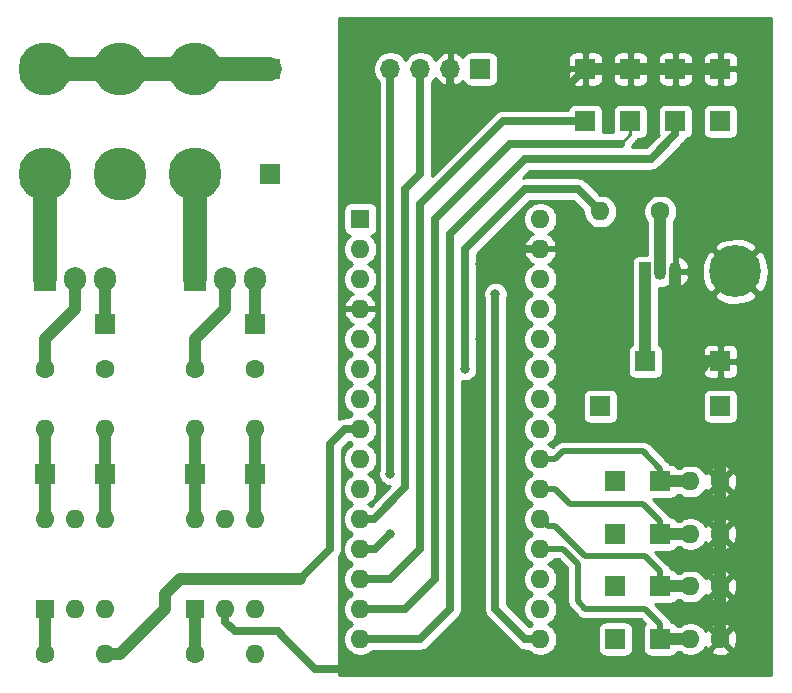
<source format=gbr>
G04 #@! TF.GenerationSoftware,KiCad,Pcbnew,(5.1.5)-3*
G04 #@! TF.CreationDate,2020-04-21T04:00:00+09:00*
G04 #@! TF.ProjectId,qqq,7171712e-6b69-4636-9164-5f7063625858,rev?*
G04 #@! TF.SameCoordinates,Original*
G04 #@! TF.FileFunction,Copper,L2,Bot*
G04 #@! TF.FilePolarity,Positive*
%FSLAX46Y46*%
G04 Gerber Fmt 4.6, Leading zero omitted, Abs format (unit mm)*
G04 Created by KiCad (PCBNEW (5.1.5)-3) date 2020-04-21 04:00:00*
%MOMM*%
%LPD*%
G04 APERTURE LIST*
%ADD10R,1.700000X1.700000*%
%ADD11O,1.600000X1.600000*%
%ADD12R,1.600000X1.600000*%
%ADD13C,1.600000*%
%ADD14O,1.050000X1.500000*%
%ADD15R,1.050000X1.500000*%
%ADD16C,4.500000*%
%ADD17R,1.905000X2.000000*%
%ADD18O,1.905000X2.000000*%
%ADD19O,1.700000X1.700000*%
%ADD20C,4.400000*%
%ADD21C,0.800000*%
%ADD22C,1.000000*%
%ADD23C,0.500000*%
%ADD24C,0.700000*%
%ADD25C,0.250000*%
%ADD26C,2.000000*%
%ADD27C,0.254000*%
G04 APERTURE END LIST*
D10*
X60960000Y-5080000D03*
X64770000Y-9525000D03*
X53340000Y-9525000D03*
X57150000Y-9525000D03*
X64770000Y-5080000D03*
X53340000Y-5080000D03*
X57150000Y-5080000D03*
X60960000Y-9525000D03*
D11*
X49530000Y-53340000D03*
X34290000Y-53340000D03*
X49530000Y-17780000D03*
X34290000Y-50800000D03*
X49530000Y-20320000D03*
X34290000Y-48260000D03*
X49530000Y-22860000D03*
X34290000Y-45720000D03*
X49530000Y-25400000D03*
X34290000Y-43180000D03*
X49530000Y-27940000D03*
X34290000Y-40640000D03*
X49530000Y-30480000D03*
X34290000Y-38100000D03*
X49530000Y-33020000D03*
X34290000Y-35560000D03*
X49530000Y-35560000D03*
X34290000Y-33020000D03*
X49530000Y-38100000D03*
X34290000Y-30480000D03*
X49530000Y-40640000D03*
X34290000Y-27940000D03*
X49530000Y-43180000D03*
X34290000Y-25400000D03*
X49530000Y-45720000D03*
X34290000Y-22860000D03*
X49530000Y-48260000D03*
X34290000Y-20320000D03*
X49530000Y-50800000D03*
D12*
X34290000Y-17780000D03*
D10*
X59690000Y-44450000D03*
X55880000Y-48895000D03*
X55880000Y-40005000D03*
X59690000Y-40005000D03*
X59690000Y-48895000D03*
X55880000Y-44450000D03*
D13*
X64770000Y-40005000D03*
D11*
X62230000Y-40005000D03*
X62230000Y-48895000D03*
D13*
X64770000Y-48895000D03*
X64770000Y-44450000D03*
D11*
X62230000Y-44450000D03*
D10*
X54610000Y-33655000D03*
X59690000Y-53340000D03*
X58420000Y-29845000D03*
X55880000Y-53340000D03*
D13*
X59690000Y-17145000D03*
D11*
X54610000Y-17145000D03*
D10*
X64770000Y-29845000D03*
X64770000Y-33655000D03*
D14*
X59690000Y-22225000D03*
X60960000Y-22225000D03*
D15*
X58420000Y-22225000D03*
D10*
X26670000Y-13970000D03*
X20320000Y-39370000D03*
X25400000Y-39370000D03*
X7620000Y-39370000D03*
X12700000Y-39370000D03*
D16*
X13970000Y-5080000D03*
X13970000Y-13970000D03*
X20320000Y-5080000D03*
X20320000Y-13970000D03*
D10*
X26670000Y-5080000D03*
D17*
X20320000Y-22860000D03*
D18*
X22860000Y-22860000D03*
X25400000Y-22860000D03*
X12700000Y-22860000D03*
X10160000Y-22860000D03*
D17*
X7620000Y-22860000D03*
D13*
X20320000Y-54610000D03*
D11*
X25400000Y-54610000D03*
X12700000Y-54610000D03*
D13*
X7620000Y-54610000D03*
X20320000Y-30480000D03*
D11*
X20320000Y-35560000D03*
D13*
X25400000Y-30480000D03*
D11*
X25400000Y-35560000D03*
X7620000Y-35560000D03*
D13*
X7620000Y-30480000D03*
D11*
X12700000Y-35560000D03*
D13*
X12700000Y-30480000D03*
D12*
X20320000Y-50800000D03*
D11*
X25400000Y-43180000D03*
X22860000Y-50800000D03*
X22860000Y-43180000D03*
X25400000Y-50800000D03*
X20320000Y-43180000D03*
X7620000Y-43180000D03*
X12700000Y-50800000D03*
X10160000Y-43180000D03*
X10160000Y-50800000D03*
X12700000Y-43180000D03*
D12*
X7620000Y-50800000D03*
D10*
X25400000Y-26670000D03*
X12700000Y-26670000D03*
D16*
X7620000Y-5080000D03*
X7620000Y-13970000D03*
D13*
X64770000Y-53340000D03*
D11*
X62230000Y-53340000D03*
D10*
X44450000Y-5080000D03*
D19*
X41910000Y-5080000D03*
X39370000Y-5080000D03*
X36830000Y-5080000D03*
D20*
X66040000Y-22225000D03*
D21*
X45720000Y-24130000D03*
X44450000Y-27940000D03*
X45720000Y-7620000D03*
X44450000Y-21590000D03*
X60960000Y-26035000D03*
X43180000Y-30480000D03*
X36830000Y-44450000D03*
X36830000Y-39370000D03*
D22*
X62230000Y-53340000D02*
X59690000Y-53340000D01*
D23*
X59690000Y-53340000D02*
X59690000Y-52070000D01*
X59690000Y-52070000D02*
X58420000Y-50800000D01*
X58420000Y-50800000D02*
X53340000Y-50800000D01*
X53340000Y-50800000D02*
X52705000Y-50165000D01*
X52705000Y-50165000D02*
X52705000Y-46990000D01*
X52705000Y-46990000D02*
X51435000Y-45720000D01*
X51435000Y-45720000D02*
X49530000Y-45720000D01*
D22*
X59690000Y-48895000D02*
X62230000Y-48895000D01*
D23*
X59690000Y-48895000D02*
X59690000Y-47625000D01*
X59690000Y-47625000D02*
X58420000Y-46355000D01*
X58420000Y-46355000D02*
X53340000Y-46355000D01*
X53340000Y-46355000D02*
X50800000Y-43815000D01*
X50800000Y-43815000D02*
X50165000Y-43815000D01*
X50165000Y-43815000D02*
X49530000Y-43180000D01*
D22*
X59690000Y-44450000D02*
X62230000Y-44450000D01*
D23*
X59690000Y-43350000D02*
X58250000Y-41910000D01*
X59690000Y-44450000D02*
X59690000Y-43350000D01*
X58250000Y-41910000D02*
X52070000Y-41910000D01*
X50800000Y-40640000D02*
X49530000Y-40640000D01*
X52070000Y-41910000D02*
X50800000Y-40640000D01*
D22*
X59690000Y-40005000D02*
X62230000Y-40005000D01*
D23*
X59690000Y-38905000D02*
X58250000Y-37465000D01*
X59690000Y-40005000D02*
X59690000Y-38905000D01*
X58250000Y-37465000D02*
X51435000Y-37465000D01*
X50800000Y-38100000D02*
X49530000Y-38100000D01*
X51435000Y-37465000D02*
X50800000Y-38100000D01*
D22*
X12700000Y-54610000D02*
X13970000Y-54610000D01*
X17780000Y-49530000D02*
X19050000Y-48260000D01*
X17780000Y-50800000D02*
X17780000Y-49530000D01*
D24*
X29210000Y-48260000D02*
X31750000Y-45720000D01*
D22*
X13970000Y-54610000D02*
X17780000Y-50800000D01*
X19050000Y-48260000D02*
X29210000Y-48260000D01*
D24*
X34290000Y-35560000D02*
X33020000Y-35560000D01*
X33020000Y-35560000D02*
X31750000Y-36830000D01*
X31750000Y-36830000D02*
X31750000Y-45720000D01*
X39370000Y-16510000D02*
X46355000Y-9525000D01*
X46355000Y-9525000D02*
X53340000Y-9525000D01*
X39370000Y-45720000D02*
X39370000Y-16510000D01*
X34290000Y-48260000D02*
X36830000Y-48260000D01*
X36830000Y-48260000D02*
X39370000Y-45720000D01*
D25*
X56515000Y-11260000D02*
X57150000Y-10625000D01*
X57150000Y-10625000D02*
X57150000Y-9525000D01*
D24*
X56345000Y-11430000D02*
X46990000Y-11430000D01*
X38100000Y-50800000D02*
X34290000Y-50800000D01*
D25*
X57150000Y-10625000D02*
X56345000Y-11430000D01*
D24*
X40640000Y-17780000D02*
X40640000Y-48260000D01*
X40640000Y-48260000D02*
X38100000Y-50800000D01*
X46990000Y-11430000D02*
X40640000Y-17780000D01*
X60960000Y-10625000D02*
X60960000Y-9525000D01*
X58885000Y-12700000D02*
X60960000Y-10625000D01*
X39370000Y-53340000D02*
X41910000Y-50800000D01*
X41910000Y-50800000D02*
X41910000Y-19050000D01*
X41910000Y-19050000D02*
X48260000Y-12700000D01*
X34290000Y-53340000D02*
X39370000Y-53340000D01*
X48260000Y-12700000D02*
X58885000Y-12700000D01*
X48260000Y-53340000D02*
X49530000Y-53340000D01*
X45720000Y-24130000D02*
X45720000Y-50800000D01*
X45720000Y-50800000D02*
X48260000Y-53340000D01*
D22*
X64770000Y-40005000D02*
X64770000Y-44450000D01*
X64770000Y-44450000D02*
X64770000Y-48895000D01*
X64770000Y-38735000D02*
X64770000Y-40005000D01*
X60960000Y-34925000D02*
X64770000Y-38735000D01*
X64770000Y-48895000D02*
X64770000Y-53340000D01*
X63035000Y-30480000D02*
X60960000Y-30480000D01*
X64770000Y-29845000D02*
X63670000Y-29845000D01*
X63670000Y-29845000D02*
X63035000Y-30480000D01*
X60960000Y-22225000D02*
X60960000Y-26035000D01*
X60960000Y-30480000D02*
X60960000Y-34925000D01*
X60960000Y-5080000D02*
X64770000Y-5080000D01*
X53340000Y-5080000D02*
X57150000Y-5080000D01*
X57150000Y-5080000D02*
X60960000Y-5080000D01*
D24*
X41910000Y-5080000D02*
X41910000Y-6350000D01*
X41910000Y-6350000D02*
X43180000Y-7620000D01*
X50800000Y-7620000D02*
X53340000Y-5080000D01*
X44450000Y-27940000D02*
X44450000Y-21590000D01*
X44450000Y-21590000D02*
X45720000Y-20320000D01*
X45720000Y-20320000D02*
X49530000Y-20320000D01*
X45720000Y-7620000D02*
X50800000Y-7620000D01*
X43180000Y-7620000D02*
X45720000Y-7620000D01*
X44450000Y-27940000D02*
X44450000Y-52070000D01*
X44450000Y-52070000D02*
X40640000Y-55880000D01*
X40640000Y-55880000D02*
X30480000Y-55880000D01*
X30480000Y-55880000D02*
X27940000Y-53340000D01*
X22860000Y-51931370D02*
X23633630Y-52705000D01*
X22860000Y-50800000D02*
X22860000Y-51931370D01*
X23633630Y-52705000D02*
X27305000Y-52705000D01*
X27305000Y-52705000D02*
X27940000Y-53340000D01*
D22*
X60960000Y-26035000D02*
X60960000Y-30480000D01*
X20320000Y-35560000D02*
X20320000Y-39370000D01*
X20320000Y-39370000D02*
X20320000Y-43180000D01*
X25400000Y-43180000D02*
X25400000Y-39370000D01*
X25400000Y-35560000D02*
X25400000Y-39370000D01*
X7620000Y-43180000D02*
X7620000Y-39370000D01*
X7620000Y-35560000D02*
X7620000Y-39370000D01*
X12700000Y-35560000D02*
X12700000Y-39370000D01*
X12700000Y-39370000D02*
X12700000Y-43180000D01*
D26*
X7620000Y-5080000D02*
X13970000Y-5080000D01*
X13970000Y-5080000D02*
X20320000Y-5080000D01*
X20320000Y-5080000D02*
X26670000Y-5080000D01*
D22*
X7620000Y-30480000D02*
X7620000Y-27940000D01*
X7620000Y-27940000D02*
X10160000Y-25400000D01*
X10160000Y-25400000D02*
X10160000Y-22860000D01*
X20320000Y-30480000D02*
X20320000Y-27940000D01*
X20320000Y-27940000D02*
X22860000Y-25400000D01*
X22860000Y-25400000D02*
X22860000Y-22860000D01*
D26*
X20320000Y-22860000D02*
X20320000Y-13970000D01*
D22*
X20320000Y-50800000D02*
X20320000Y-54610000D01*
D24*
X43180000Y-30480000D02*
X43180000Y-20320000D01*
X43180000Y-20320000D02*
X48260000Y-15240000D01*
X48260000Y-15240000D02*
X52705000Y-15240000D01*
X52705000Y-15240000D02*
X54610000Y-17145000D01*
D22*
X59690000Y-17145000D02*
X59690000Y-22225000D01*
X7620000Y-50800000D02*
X7620000Y-54610000D01*
X58420000Y-22225000D02*
X58420000Y-29845000D01*
X25400000Y-26670000D02*
X25400000Y-22860000D01*
X12700000Y-26670000D02*
X12700000Y-22860000D01*
D26*
X7620000Y-22860000D02*
X7620000Y-13970000D01*
D24*
X34290000Y-45720000D02*
X35560000Y-45720000D01*
X35560000Y-45720000D02*
X36830000Y-44450000D01*
X36830000Y-39370000D02*
X36830000Y-5080000D01*
X39370000Y-13970000D02*
X39370000Y-5080000D01*
X38100000Y-15240000D02*
X39370000Y-13970000D01*
X38100000Y-40501370D02*
X38100000Y-15240000D01*
X34290000Y-43180000D02*
X35421370Y-43180000D01*
X35421370Y-43180000D02*
X38100000Y-40501370D01*
D27*
G36*
X69088000Y-56388000D02*
G01*
X32512000Y-56388000D01*
X32512000Y-46344164D01*
X32572960Y-46269884D01*
X32664424Y-46098767D01*
X32720747Y-45913094D01*
X32735000Y-45768380D01*
X32735000Y-45768379D01*
X32739765Y-45720001D01*
X32735000Y-45671623D01*
X32735000Y-37238000D01*
X33336802Y-36636198D01*
X33375241Y-36674637D01*
X33607759Y-36830000D01*
X33375241Y-36985363D01*
X33175363Y-37185241D01*
X33018320Y-37420273D01*
X32910147Y-37681426D01*
X32855000Y-37958665D01*
X32855000Y-38241335D01*
X32910147Y-38518574D01*
X33018320Y-38779727D01*
X33175363Y-39014759D01*
X33375241Y-39214637D01*
X33607759Y-39370000D01*
X33375241Y-39525363D01*
X33175363Y-39725241D01*
X33018320Y-39960273D01*
X32910147Y-40221426D01*
X32855000Y-40498665D01*
X32855000Y-40781335D01*
X32910147Y-41058574D01*
X33018320Y-41319727D01*
X33175363Y-41554759D01*
X33375241Y-41754637D01*
X33607759Y-41910000D01*
X33375241Y-42065363D01*
X33175363Y-42265241D01*
X33018320Y-42500273D01*
X32910147Y-42761426D01*
X32855000Y-43038665D01*
X32855000Y-43321335D01*
X32910147Y-43598574D01*
X33018320Y-43859727D01*
X33175363Y-44094759D01*
X33375241Y-44294637D01*
X33607759Y-44450000D01*
X33375241Y-44605363D01*
X33175363Y-44805241D01*
X33018320Y-45040273D01*
X32910147Y-45301426D01*
X32855000Y-45578665D01*
X32855000Y-45861335D01*
X32910147Y-46138574D01*
X33018320Y-46399727D01*
X33175363Y-46634759D01*
X33375241Y-46834637D01*
X33607759Y-46990000D01*
X33375241Y-47145363D01*
X33175363Y-47345241D01*
X33018320Y-47580273D01*
X32910147Y-47841426D01*
X32855000Y-48118665D01*
X32855000Y-48401335D01*
X32910147Y-48678574D01*
X33018320Y-48939727D01*
X33175363Y-49174759D01*
X33375241Y-49374637D01*
X33607759Y-49530000D01*
X33375241Y-49685363D01*
X33175363Y-49885241D01*
X33018320Y-50120273D01*
X32910147Y-50381426D01*
X32855000Y-50658665D01*
X32855000Y-50941335D01*
X32910147Y-51218574D01*
X33018320Y-51479727D01*
X33175363Y-51714759D01*
X33375241Y-51914637D01*
X33607759Y-52070000D01*
X33375241Y-52225363D01*
X33175363Y-52425241D01*
X33018320Y-52660273D01*
X32910147Y-52921426D01*
X32855000Y-53198665D01*
X32855000Y-53481335D01*
X32910147Y-53758574D01*
X33018320Y-54019727D01*
X33175363Y-54254759D01*
X33375241Y-54454637D01*
X33610273Y-54611680D01*
X33871426Y-54719853D01*
X34148665Y-54775000D01*
X34431335Y-54775000D01*
X34708574Y-54719853D01*
X34969727Y-54611680D01*
X35204759Y-54454637D01*
X35334396Y-54325000D01*
X39321620Y-54325000D01*
X39370000Y-54329765D01*
X39418380Y-54325000D01*
X39563094Y-54310747D01*
X39748767Y-54254424D01*
X39919884Y-54162960D01*
X40069870Y-54039870D01*
X40100716Y-54002284D01*
X42572284Y-51530716D01*
X42609870Y-51499870D01*
X42732960Y-51349884D01*
X42824424Y-51178767D01*
X42880747Y-50993094D01*
X42895000Y-50848380D01*
X42895000Y-50848379D01*
X42899765Y-50800001D01*
X42895000Y-50751623D01*
X42895000Y-31478587D01*
X43078061Y-31515000D01*
X43281939Y-31515000D01*
X43481898Y-31475226D01*
X43670256Y-31397205D01*
X43839774Y-31283937D01*
X43983937Y-31139774D01*
X44097205Y-30970256D01*
X44175226Y-30781898D01*
X44215000Y-30581939D01*
X44215000Y-30378061D01*
X44175226Y-30178102D01*
X44165000Y-30153414D01*
X44165000Y-24028061D01*
X44685000Y-24028061D01*
X44685000Y-24231939D01*
X44724774Y-24431898D01*
X44735000Y-24456586D01*
X44735001Y-50751610D01*
X44730235Y-50800000D01*
X44749253Y-50993093D01*
X44805576Y-51178766D01*
X44848152Y-51258419D01*
X44897041Y-51349884D01*
X45020131Y-51499870D01*
X45057710Y-51530710D01*
X47529284Y-54002284D01*
X47560130Y-54039870D01*
X47710116Y-54162960D01*
X47881233Y-54254424D01*
X48066906Y-54310747D01*
X48211620Y-54325000D01*
X48211621Y-54325000D01*
X48259999Y-54329765D01*
X48308377Y-54325000D01*
X48485604Y-54325000D01*
X48615241Y-54454637D01*
X48850273Y-54611680D01*
X49111426Y-54719853D01*
X49388665Y-54775000D01*
X49671335Y-54775000D01*
X49948574Y-54719853D01*
X50209727Y-54611680D01*
X50444759Y-54454637D01*
X50644637Y-54254759D01*
X50801680Y-54019727D01*
X50909853Y-53758574D01*
X50965000Y-53481335D01*
X50965000Y-53198665D01*
X50909853Y-52921426D01*
X50801680Y-52660273D01*
X50687908Y-52490000D01*
X54391928Y-52490000D01*
X54391928Y-54190000D01*
X54404188Y-54314482D01*
X54440498Y-54434180D01*
X54499463Y-54544494D01*
X54578815Y-54641185D01*
X54675506Y-54720537D01*
X54785820Y-54779502D01*
X54905518Y-54815812D01*
X55030000Y-54828072D01*
X56730000Y-54828072D01*
X56854482Y-54815812D01*
X56974180Y-54779502D01*
X57084494Y-54720537D01*
X57181185Y-54641185D01*
X57260537Y-54544494D01*
X57319502Y-54434180D01*
X57355812Y-54314482D01*
X57368072Y-54190000D01*
X57368072Y-52490000D01*
X57355812Y-52365518D01*
X57319502Y-52245820D01*
X57260537Y-52135506D01*
X57181185Y-52038815D01*
X57084494Y-51959463D01*
X56974180Y-51900498D01*
X56854482Y-51864188D01*
X56730000Y-51851928D01*
X55030000Y-51851928D01*
X54905518Y-51864188D01*
X54785820Y-51900498D01*
X54675506Y-51959463D01*
X54578815Y-52038815D01*
X54499463Y-52135506D01*
X54440498Y-52245820D01*
X54404188Y-52365518D01*
X54391928Y-52490000D01*
X50687908Y-52490000D01*
X50644637Y-52425241D01*
X50444759Y-52225363D01*
X50212241Y-52070000D01*
X50444759Y-51914637D01*
X50644637Y-51714759D01*
X50801680Y-51479727D01*
X50909853Y-51218574D01*
X50965000Y-50941335D01*
X50965000Y-50658665D01*
X50909853Y-50381426D01*
X50801680Y-50120273D01*
X50644637Y-49885241D01*
X50444759Y-49685363D01*
X50212241Y-49530000D01*
X50444759Y-49374637D01*
X50644637Y-49174759D01*
X50801680Y-48939727D01*
X50909853Y-48678574D01*
X50965000Y-48401335D01*
X50965000Y-48118665D01*
X50909853Y-47841426D01*
X50801680Y-47580273D01*
X50644637Y-47345241D01*
X50444759Y-47145363D01*
X50212241Y-46990000D01*
X50444759Y-46834637D01*
X50644637Y-46634759D01*
X50664521Y-46605000D01*
X51068422Y-46605000D01*
X51820001Y-47356580D01*
X51820000Y-50121531D01*
X51815719Y-50165000D01*
X51820000Y-50208469D01*
X51820000Y-50208476D01*
X51832805Y-50338489D01*
X51883411Y-50505312D01*
X51965589Y-50659058D01*
X52076183Y-50793817D01*
X52109956Y-50821534D01*
X52683470Y-51395049D01*
X52711183Y-51428817D01*
X52744951Y-51456530D01*
X52744953Y-51456532D01*
X52845941Y-51539411D01*
X52999686Y-51621589D01*
X53166510Y-51672195D01*
X53296523Y-51685000D01*
X53296531Y-51685000D01*
X53340000Y-51689281D01*
X53383469Y-51685000D01*
X58053422Y-51685000D01*
X58398933Y-52030511D01*
X58388815Y-52038815D01*
X58309463Y-52135506D01*
X58250498Y-52245820D01*
X58214188Y-52365518D01*
X58201928Y-52490000D01*
X58201928Y-54190000D01*
X58214188Y-54314482D01*
X58250498Y-54434180D01*
X58309463Y-54544494D01*
X58388815Y-54641185D01*
X58485506Y-54720537D01*
X58595820Y-54779502D01*
X58715518Y-54815812D01*
X58840000Y-54828072D01*
X60540000Y-54828072D01*
X60664482Y-54815812D01*
X60784180Y-54779502D01*
X60894494Y-54720537D01*
X60991185Y-54641185D01*
X61070537Y-54544494D01*
X61107683Y-54475000D01*
X61345716Y-54475000D01*
X61550273Y-54611680D01*
X61811426Y-54719853D01*
X62088665Y-54775000D01*
X62371335Y-54775000D01*
X62648574Y-54719853D01*
X62909727Y-54611680D01*
X63144759Y-54454637D01*
X63266694Y-54332702D01*
X63956903Y-54332702D01*
X64028486Y-54576671D01*
X64283996Y-54697571D01*
X64558184Y-54766300D01*
X64840512Y-54780217D01*
X65120130Y-54738787D01*
X65386292Y-54643603D01*
X65511514Y-54576671D01*
X65583097Y-54332702D01*
X64770000Y-53519605D01*
X63956903Y-54332702D01*
X63266694Y-54332702D01*
X63344637Y-54254759D01*
X63500915Y-54020872D01*
X63533329Y-54081514D01*
X63777298Y-54153097D01*
X64590395Y-53340000D01*
X64949605Y-53340000D01*
X65762702Y-54153097D01*
X66006671Y-54081514D01*
X66127571Y-53826004D01*
X66196300Y-53551816D01*
X66210217Y-53269488D01*
X66168787Y-52989870D01*
X66073603Y-52723708D01*
X66006671Y-52598486D01*
X65762702Y-52526903D01*
X64949605Y-53340000D01*
X64590395Y-53340000D01*
X63777298Y-52526903D01*
X63533329Y-52598486D01*
X63502806Y-52662992D01*
X63501680Y-52660273D01*
X63344637Y-52425241D01*
X63266694Y-52347298D01*
X63956903Y-52347298D01*
X64770000Y-53160395D01*
X65583097Y-52347298D01*
X65511514Y-52103329D01*
X65256004Y-51982429D01*
X64981816Y-51913700D01*
X64699488Y-51899783D01*
X64419870Y-51941213D01*
X64153708Y-52036397D01*
X64028486Y-52103329D01*
X63956903Y-52347298D01*
X63266694Y-52347298D01*
X63144759Y-52225363D01*
X62909727Y-52068320D01*
X62648574Y-51960147D01*
X62371335Y-51905000D01*
X62088665Y-51905000D01*
X61811426Y-51960147D01*
X61550273Y-52068320D01*
X61345716Y-52205000D01*
X61107683Y-52205000D01*
X61070537Y-52135506D01*
X60991185Y-52038815D01*
X60894494Y-51959463D01*
X60784180Y-51900498D01*
X60664482Y-51864188D01*
X60548938Y-51852808D01*
X60511589Y-51729687D01*
X60429411Y-51575941D01*
X60318817Y-51441183D01*
X60285049Y-51413470D01*
X59254650Y-50383072D01*
X60540000Y-50383072D01*
X60664482Y-50370812D01*
X60784180Y-50334502D01*
X60894494Y-50275537D01*
X60991185Y-50196185D01*
X61070537Y-50099494D01*
X61107683Y-50030000D01*
X61345716Y-50030000D01*
X61550273Y-50166680D01*
X61811426Y-50274853D01*
X62088665Y-50330000D01*
X62371335Y-50330000D01*
X62648574Y-50274853D01*
X62909727Y-50166680D01*
X63144759Y-50009637D01*
X63266694Y-49887702D01*
X63956903Y-49887702D01*
X64028486Y-50131671D01*
X64283996Y-50252571D01*
X64558184Y-50321300D01*
X64840512Y-50335217D01*
X65120130Y-50293787D01*
X65386292Y-50198603D01*
X65511514Y-50131671D01*
X65583097Y-49887702D01*
X64770000Y-49074605D01*
X63956903Y-49887702D01*
X63266694Y-49887702D01*
X63344637Y-49809759D01*
X63500915Y-49575872D01*
X63533329Y-49636514D01*
X63777298Y-49708097D01*
X64590395Y-48895000D01*
X64949605Y-48895000D01*
X65762702Y-49708097D01*
X66006671Y-49636514D01*
X66127571Y-49381004D01*
X66196300Y-49106816D01*
X66210217Y-48824488D01*
X66168787Y-48544870D01*
X66073603Y-48278708D01*
X66006671Y-48153486D01*
X65762702Y-48081903D01*
X64949605Y-48895000D01*
X64590395Y-48895000D01*
X63777298Y-48081903D01*
X63533329Y-48153486D01*
X63502806Y-48217992D01*
X63501680Y-48215273D01*
X63344637Y-47980241D01*
X63266694Y-47902298D01*
X63956903Y-47902298D01*
X64770000Y-48715395D01*
X65583097Y-47902298D01*
X65511514Y-47658329D01*
X65256004Y-47537429D01*
X64981816Y-47468700D01*
X64699488Y-47454783D01*
X64419870Y-47496213D01*
X64153708Y-47591397D01*
X64028486Y-47658329D01*
X63956903Y-47902298D01*
X63266694Y-47902298D01*
X63144759Y-47780363D01*
X62909727Y-47623320D01*
X62648574Y-47515147D01*
X62371335Y-47460000D01*
X62088665Y-47460000D01*
X61811426Y-47515147D01*
X61550273Y-47623320D01*
X61345716Y-47760000D01*
X61107683Y-47760000D01*
X61070537Y-47690506D01*
X60991185Y-47593815D01*
X60894494Y-47514463D01*
X60784180Y-47455498D01*
X60664482Y-47419188D01*
X60548938Y-47407808D01*
X60511589Y-47284687D01*
X60429411Y-47130941D01*
X60318817Y-46996183D01*
X60285049Y-46968470D01*
X59254650Y-45938072D01*
X60540000Y-45938072D01*
X60664482Y-45925812D01*
X60784180Y-45889502D01*
X60894494Y-45830537D01*
X60991185Y-45751185D01*
X61070537Y-45654494D01*
X61107683Y-45585000D01*
X61345716Y-45585000D01*
X61550273Y-45721680D01*
X61811426Y-45829853D01*
X62088665Y-45885000D01*
X62371335Y-45885000D01*
X62648574Y-45829853D01*
X62909727Y-45721680D01*
X63144759Y-45564637D01*
X63266694Y-45442702D01*
X63956903Y-45442702D01*
X64028486Y-45686671D01*
X64283996Y-45807571D01*
X64558184Y-45876300D01*
X64840512Y-45890217D01*
X65120130Y-45848787D01*
X65386292Y-45753603D01*
X65511514Y-45686671D01*
X65583097Y-45442702D01*
X64770000Y-44629605D01*
X63956903Y-45442702D01*
X63266694Y-45442702D01*
X63344637Y-45364759D01*
X63500915Y-45130872D01*
X63533329Y-45191514D01*
X63777298Y-45263097D01*
X64590395Y-44450000D01*
X64949605Y-44450000D01*
X65762702Y-45263097D01*
X66006671Y-45191514D01*
X66127571Y-44936004D01*
X66196300Y-44661816D01*
X66210217Y-44379488D01*
X66168787Y-44099870D01*
X66073603Y-43833708D01*
X66006671Y-43708486D01*
X65762702Y-43636903D01*
X64949605Y-44450000D01*
X64590395Y-44450000D01*
X63777298Y-43636903D01*
X63533329Y-43708486D01*
X63502806Y-43772992D01*
X63501680Y-43770273D01*
X63344637Y-43535241D01*
X63266694Y-43457298D01*
X63956903Y-43457298D01*
X64770000Y-44270395D01*
X65583097Y-43457298D01*
X65511514Y-43213329D01*
X65256004Y-43092429D01*
X64981816Y-43023700D01*
X64699488Y-43009783D01*
X64419870Y-43051213D01*
X64153708Y-43146397D01*
X64028486Y-43213329D01*
X63956903Y-43457298D01*
X63266694Y-43457298D01*
X63144759Y-43335363D01*
X62909727Y-43178320D01*
X62648574Y-43070147D01*
X62371335Y-43015000D01*
X62088665Y-43015000D01*
X61811426Y-43070147D01*
X61550273Y-43178320D01*
X61345716Y-43315000D01*
X61107683Y-43315000D01*
X61070537Y-43245506D01*
X60991185Y-43148815D01*
X60894494Y-43069463D01*
X60784180Y-43010498D01*
X60664482Y-42974188D01*
X60540000Y-42961928D01*
X60486062Y-42961928D01*
X60429411Y-42855941D01*
X60346532Y-42754953D01*
X60346530Y-42754951D01*
X60318817Y-42721183D01*
X60285049Y-42693470D01*
X59084650Y-41493072D01*
X60540000Y-41493072D01*
X60664482Y-41480812D01*
X60784180Y-41444502D01*
X60894494Y-41385537D01*
X60991185Y-41306185D01*
X61070537Y-41209494D01*
X61107683Y-41140000D01*
X61345716Y-41140000D01*
X61550273Y-41276680D01*
X61811426Y-41384853D01*
X62088665Y-41440000D01*
X62371335Y-41440000D01*
X62648574Y-41384853D01*
X62909727Y-41276680D01*
X63144759Y-41119637D01*
X63266694Y-40997702D01*
X63956903Y-40997702D01*
X64028486Y-41241671D01*
X64283996Y-41362571D01*
X64558184Y-41431300D01*
X64840512Y-41445217D01*
X65120130Y-41403787D01*
X65386292Y-41308603D01*
X65511514Y-41241671D01*
X65583097Y-40997702D01*
X64770000Y-40184605D01*
X63956903Y-40997702D01*
X63266694Y-40997702D01*
X63344637Y-40919759D01*
X63500915Y-40685872D01*
X63533329Y-40746514D01*
X63777298Y-40818097D01*
X64590395Y-40005000D01*
X64949605Y-40005000D01*
X65762702Y-40818097D01*
X66006671Y-40746514D01*
X66127571Y-40491004D01*
X66196300Y-40216816D01*
X66210217Y-39934488D01*
X66168787Y-39654870D01*
X66073603Y-39388708D01*
X66006671Y-39263486D01*
X65762702Y-39191903D01*
X64949605Y-40005000D01*
X64590395Y-40005000D01*
X63777298Y-39191903D01*
X63533329Y-39263486D01*
X63502806Y-39327992D01*
X63501680Y-39325273D01*
X63344637Y-39090241D01*
X63266694Y-39012298D01*
X63956903Y-39012298D01*
X64770000Y-39825395D01*
X65583097Y-39012298D01*
X65511514Y-38768329D01*
X65256004Y-38647429D01*
X64981816Y-38578700D01*
X64699488Y-38564783D01*
X64419870Y-38606213D01*
X64153708Y-38701397D01*
X64028486Y-38768329D01*
X63956903Y-39012298D01*
X63266694Y-39012298D01*
X63144759Y-38890363D01*
X62909727Y-38733320D01*
X62648574Y-38625147D01*
X62371335Y-38570000D01*
X62088665Y-38570000D01*
X61811426Y-38625147D01*
X61550273Y-38733320D01*
X61345716Y-38870000D01*
X61107683Y-38870000D01*
X61070537Y-38800506D01*
X60991185Y-38703815D01*
X60894494Y-38624463D01*
X60784180Y-38565498D01*
X60664482Y-38529188D01*
X60540000Y-38516928D01*
X60486062Y-38516928D01*
X60429411Y-38410941D01*
X60346532Y-38309953D01*
X60346530Y-38309951D01*
X60318817Y-38276183D01*
X60285049Y-38248470D01*
X58906534Y-36869956D01*
X58878817Y-36836183D01*
X58744059Y-36725589D01*
X58590313Y-36643411D01*
X58423490Y-36592805D01*
X58293477Y-36580000D01*
X58293469Y-36580000D01*
X58250000Y-36575719D01*
X58206531Y-36580000D01*
X51478469Y-36580000D01*
X51435000Y-36575719D01*
X51391531Y-36580000D01*
X51391523Y-36580000D01*
X51261510Y-36592805D01*
X51094686Y-36643411D01*
X50940941Y-36725589D01*
X50839953Y-36808468D01*
X50839951Y-36808470D01*
X50806183Y-36836183D01*
X50778470Y-36869951D01*
X50553909Y-37094513D01*
X50444759Y-36985363D01*
X50212241Y-36830000D01*
X50444759Y-36674637D01*
X50644637Y-36474759D01*
X50801680Y-36239727D01*
X50909853Y-35978574D01*
X50965000Y-35701335D01*
X50965000Y-35418665D01*
X50909853Y-35141426D01*
X50801680Y-34880273D01*
X50644637Y-34645241D01*
X50444759Y-34445363D01*
X50212241Y-34290000D01*
X50444759Y-34134637D01*
X50644637Y-33934759D01*
X50801680Y-33699727D01*
X50909853Y-33438574D01*
X50965000Y-33161335D01*
X50965000Y-32878665D01*
X50950347Y-32805000D01*
X53121928Y-32805000D01*
X53121928Y-34505000D01*
X53134188Y-34629482D01*
X53170498Y-34749180D01*
X53229463Y-34859494D01*
X53308815Y-34956185D01*
X53405506Y-35035537D01*
X53515820Y-35094502D01*
X53635518Y-35130812D01*
X53760000Y-35143072D01*
X55460000Y-35143072D01*
X55584482Y-35130812D01*
X55704180Y-35094502D01*
X55814494Y-35035537D01*
X55911185Y-34956185D01*
X55990537Y-34859494D01*
X56049502Y-34749180D01*
X56085812Y-34629482D01*
X56098072Y-34505000D01*
X56098072Y-32805000D01*
X63281928Y-32805000D01*
X63281928Y-34505000D01*
X63294188Y-34629482D01*
X63330498Y-34749180D01*
X63389463Y-34859494D01*
X63468815Y-34956185D01*
X63565506Y-35035537D01*
X63675820Y-35094502D01*
X63795518Y-35130812D01*
X63920000Y-35143072D01*
X65620000Y-35143072D01*
X65744482Y-35130812D01*
X65864180Y-35094502D01*
X65974494Y-35035537D01*
X66071185Y-34956185D01*
X66150537Y-34859494D01*
X66209502Y-34749180D01*
X66245812Y-34629482D01*
X66258072Y-34505000D01*
X66258072Y-32805000D01*
X66245812Y-32680518D01*
X66209502Y-32560820D01*
X66150537Y-32450506D01*
X66071185Y-32353815D01*
X65974494Y-32274463D01*
X65864180Y-32215498D01*
X65744482Y-32179188D01*
X65620000Y-32166928D01*
X63920000Y-32166928D01*
X63795518Y-32179188D01*
X63675820Y-32215498D01*
X63565506Y-32274463D01*
X63468815Y-32353815D01*
X63389463Y-32450506D01*
X63330498Y-32560820D01*
X63294188Y-32680518D01*
X63281928Y-32805000D01*
X56098072Y-32805000D01*
X56085812Y-32680518D01*
X56049502Y-32560820D01*
X55990537Y-32450506D01*
X55911185Y-32353815D01*
X55814494Y-32274463D01*
X55704180Y-32215498D01*
X55584482Y-32179188D01*
X55460000Y-32166928D01*
X53760000Y-32166928D01*
X53635518Y-32179188D01*
X53515820Y-32215498D01*
X53405506Y-32274463D01*
X53308815Y-32353815D01*
X53229463Y-32450506D01*
X53170498Y-32560820D01*
X53134188Y-32680518D01*
X53121928Y-32805000D01*
X50950347Y-32805000D01*
X50909853Y-32601426D01*
X50801680Y-32340273D01*
X50644637Y-32105241D01*
X50444759Y-31905363D01*
X50212241Y-31750000D01*
X50444759Y-31594637D01*
X50644637Y-31394759D01*
X50801680Y-31159727D01*
X50909853Y-30898574D01*
X50965000Y-30621335D01*
X50965000Y-30338665D01*
X50909853Y-30061426D01*
X50801680Y-29800273D01*
X50644637Y-29565241D01*
X50444759Y-29365363D01*
X50212241Y-29210000D01*
X50444759Y-29054637D01*
X50504396Y-28995000D01*
X56931928Y-28995000D01*
X56931928Y-30695000D01*
X56944188Y-30819482D01*
X56980498Y-30939180D01*
X57039463Y-31049494D01*
X57118815Y-31146185D01*
X57215506Y-31225537D01*
X57325820Y-31284502D01*
X57445518Y-31320812D01*
X57570000Y-31333072D01*
X59270000Y-31333072D01*
X59394482Y-31320812D01*
X59514180Y-31284502D01*
X59624494Y-31225537D01*
X59721185Y-31146185D01*
X59800537Y-31049494D01*
X59859502Y-30939180D01*
X59895812Y-30819482D01*
X59908072Y-30695000D01*
X63281928Y-30695000D01*
X63294188Y-30819482D01*
X63330498Y-30939180D01*
X63389463Y-31049494D01*
X63468815Y-31146185D01*
X63565506Y-31225537D01*
X63675820Y-31284502D01*
X63795518Y-31320812D01*
X63920000Y-31333072D01*
X64484250Y-31330000D01*
X64643000Y-31171250D01*
X64643000Y-29972000D01*
X64897000Y-29972000D01*
X64897000Y-31171250D01*
X65055750Y-31330000D01*
X65620000Y-31333072D01*
X65744482Y-31320812D01*
X65864180Y-31284502D01*
X65974494Y-31225537D01*
X66071185Y-31146185D01*
X66150537Y-31049494D01*
X66209502Y-30939180D01*
X66245812Y-30819482D01*
X66258072Y-30695000D01*
X66255000Y-30130750D01*
X66096250Y-29972000D01*
X64897000Y-29972000D01*
X64643000Y-29972000D01*
X63443750Y-29972000D01*
X63285000Y-30130750D01*
X63281928Y-30695000D01*
X59908072Y-30695000D01*
X59908072Y-28995000D01*
X63281928Y-28995000D01*
X63285000Y-29559250D01*
X63443750Y-29718000D01*
X64643000Y-29718000D01*
X64643000Y-28518750D01*
X64897000Y-28518750D01*
X64897000Y-29718000D01*
X66096250Y-29718000D01*
X66255000Y-29559250D01*
X66258072Y-28995000D01*
X66245812Y-28870518D01*
X66209502Y-28750820D01*
X66150537Y-28640506D01*
X66071185Y-28543815D01*
X65974494Y-28464463D01*
X65864180Y-28405498D01*
X65744482Y-28369188D01*
X65620000Y-28356928D01*
X65055750Y-28360000D01*
X64897000Y-28518750D01*
X64643000Y-28518750D01*
X64484250Y-28360000D01*
X63920000Y-28356928D01*
X63795518Y-28369188D01*
X63675820Y-28405498D01*
X63565506Y-28464463D01*
X63468815Y-28543815D01*
X63389463Y-28640506D01*
X63330498Y-28750820D01*
X63294188Y-28870518D01*
X63281928Y-28995000D01*
X59908072Y-28995000D01*
X59895812Y-28870518D01*
X59859502Y-28750820D01*
X59800537Y-28640506D01*
X59721185Y-28543815D01*
X59624494Y-28464463D01*
X59555000Y-28427317D01*
X59555000Y-24214775D01*
X64229830Y-24214775D01*
X64469976Y-24602018D01*
X64963877Y-24862641D01*
X65499133Y-25021901D01*
X66055174Y-25073678D01*
X66610632Y-25015981D01*
X67144161Y-24851028D01*
X67610024Y-24602018D01*
X67850170Y-24214775D01*
X66040000Y-22404605D01*
X64229830Y-24214775D01*
X59555000Y-24214775D01*
X59555000Y-23602316D01*
X59690000Y-23615612D01*
X59917400Y-23593215D01*
X60136060Y-23526885D01*
X60324669Y-23426071D01*
X60383118Y-23467275D01*
X60592663Y-23560272D01*
X60654190Y-23568964D01*
X60833000Y-23443163D01*
X60833000Y-22678108D01*
X60833215Y-22677399D01*
X60850000Y-22506978D01*
X60850000Y-22352000D01*
X61087000Y-22352000D01*
X61087000Y-23443163D01*
X61265810Y-23568964D01*
X61327337Y-23560272D01*
X61536882Y-23467275D01*
X61724258Y-23335184D01*
X61882264Y-23169076D01*
X62004828Y-22975334D01*
X62087239Y-22761404D01*
X62126331Y-22535507D01*
X61966598Y-22352000D01*
X61087000Y-22352000D01*
X60850000Y-22352000D01*
X60850000Y-22240174D01*
X63191322Y-22240174D01*
X63249019Y-22795632D01*
X63413972Y-23329161D01*
X63662982Y-23795024D01*
X64050225Y-24035170D01*
X65860395Y-22225000D01*
X66219605Y-22225000D01*
X68029775Y-24035170D01*
X68417018Y-23795024D01*
X68677641Y-23301123D01*
X68836901Y-22765867D01*
X68888678Y-22209826D01*
X68830981Y-21654368D01*
X68666028Y-21120839D01*
X68417018Y-20654976D01*
X68029775Y-20414830D01*
X66219605Y-22225000D01*
X65860395Y-22225000D01*
X64050225Y-20414830D01*
X63662982Y-20654976D01*
X63402359Y-21148877D01*
X63243099Y-21684133D01*
X63191322Y-22240174D01*
X60850000Y-22240174D01*
X60850000Y-21943021D01*
X60833215Y-21772600D01*
X60833000Y-21771891D01*
X60833000Y-21006837D01*
X61087000Y-21006837D01*
X61087000Y-22098000D01*
X61966598Y-22098000D01*
X62126331Y-21914493D01*
X62087239Y-21688596D01*
X62004828Y-21474666D01*
X61882264Y-21280924D01*
X61724258Y-21114816D01*
X61536882Y-20982725D01*
X61327337Y-20889728D01*
X61265810Y-20881036D01*
X61087000Y-21006837D01*
X60833000Y-21006837D01*
X60825000Y-21001209D01*
X60825000Y-20235225D01*
X64229830Y-20235225D01*
X66040000Y-22045395D01*
X67850170Y-20235225D01*
X67610024Y-19847982D01*
X67116123Y-19587359D01*
X66580867Y-19428099D01*
X66024826Y-19376322D01*
X65469368Y-19434019D01*
X64935839Y-19598972D01*
X64469976Y-19847982D01*
X64229830Y-20235225D01*
X60825000Y-20235225D01*
X60825000Y-18029284D01*
X60961680Y-17824727D01*
X61069853Y-17563574D01*
X61125000Y-17286335D01*
X61125000Y-17003665D01*
X61069853Y-16726426D01*
X60961680Y-16465273D01*
X60804637Y-16230241D01*
X60604759Y-16030363D01*
X60369727Y-15873320D01*
X60108574Y-15765147D01*
X59831335Y-15710000D01*
X59548665Y-15710000D01*
X59271426Y-15765147D01*
X59010273Y-15873320D01*
X58775241Y-16030363D01*
X58575363Y-16230241D01*
X58418320Y-16465273D01*
X58310147Y-16726426D01*
X58255000Y-17003665D01*
X58255000Y-17286335D01*
X58310147Y-17563574D01*
X58418320Y-17824727D01*
X58555000Y-18029284D01*
X58555001Y-20836928D01*
X57895000Y-20836928D01*
X57770518Y-20849188D01*
X57650820Y-20885498D01*
X57540506Y-20944463D01*
X57443815Y-21023815D01*
X57364463Y-21120506D01*
X57305498Y-21230820D01*
X57269188Y-21350518D01*
X57256928Y-21475000D01*
X57256928Y-22975000D01*
X57269188Y-23099482D01*
X57285000Y-23151608D01*
X57285001Y-28427317D01*
X57215506Y-28464463D01*
X57118815Y-28543815D01*
X57039463Y-28640506D01*
X56980498Y-28750820D01*
X56944188Y-28870518D01*
X56931928Y-28995000D01*
X50504396Y-28995000D01*
X50644637Y-28854759D01*
X50801680Y-28619727D01*
X50909853Y-28358574D01*
X50965000Y-28081335D01*
X50965000Y-27798665D01*
X50909853Y-27521426D01*
X50801680Y-27260273D01*
X50644637Y-27025241D01*
X50444759Y-26825363D01*
X50212241Y-26670000D01*
X50444759Y-26514637D01*
X50644637Y-26314759D01*
X50801680Y-26079727D01*
X50909853Y-25818574D01*
X50965000Y-25541335D01*
X50965000Y-25258665D01*
X50909853Y-24981426D01*
X50801680Y-24720273D01*
X50644637Y-24485241D01*
X50444759Y-24285363D01*
X50212241Y-24130000D01*
X50444759Y-23974637D01*
X50644637Y-23774759D01*
X50801680Y-23539727D01*
X50909853Y-23278574D01*
X50965000Y-23001335D01*
X50965000Y-22718665D01*
X50909853Y-22441426D01*
X50801680Y-22180273D01*
X50644637Y-21945241D01*
X50444759Y-21745363D01*
X50209727Y-21588320D01*
X50199135Y-21583933D01*
X50385131Y-21472385D01*
X50593519Y-21283414D01*
X50761037Y-21057420D01*
X50881246Y-20803087D01*
X50921904Y-20669039D01*
X50799915Y-20447000D01*
X49657000Y-20447000D01*
X49657000Y-20467000D01*
X49403000Y-20467000D01*
X49403000Y-20447000D01*
X48260085Y-20447000D01*
X48138096Y-20669039D01*
X48178754Y-20803087D01*
X48298963Y-21057420D01*
X48466481Y-21283414D01*
X48674869Y-21472385D01*
X48860865Y-21583933D01*
X48850273Y-21588320D01*
X48615241Y-21745363D01*
X48415363Y-21945241D01*
X48258320Y-22180273D01*
X48150147Y-22441426D01*
X48095000Y-22718665D01*
X48095000Y-23001335D01*
X48150147Y-23278574D01*
X48258320Y-23539727D01*
X48415363Y-23774759D01*
X48615241Y-23974637D01*
X48847759Y-24130000D01*
X48615241Y-24285363D01*
X48415363Y-24485241D01*
X48258320Y-24720273D01*
X48150147Y-24981426D01*
X48095000Y-25258665D01*
X48095000Y-25541335D01*
X48150147Y-25818574D01*
X48258320Y-26079727D01*
X48415363Y-26314759D01*
X48615241Y-26514637D01*
X48847759Y-26670000D01*
X48615241Y-26825363D01*
X48415363Y-27025241D01*
X48258320Y-27260273D01*
X48150147Y-27521426D01*
X48095000Y-27798665D01*
X48095000Y-28081335D01*
X48150147Y-28358574D01*
X48258320Y-28619727D01*
X48415363Y-28854759D01*
X48615241Y-29054637D01*
X48847759Y-29210000D01*
X48615241Y-29365363D01*
X48415363Y-29565241D01*
X48258320Y-29800273D01*
X48150147Y-30061426D01*
X48095000Y-30338665D01*
X48095000Y-30621335D01*
X48150147Y-30898574D01*
X48258320Y-31159727D01*
X48415363Y-31394759D01*
X48615241Y-31594637D01*
X48847759Y-31750000D01*
X48615241Y-31905363D01*
X48415363Y-32105241D01*
X48258320Y-32340273D01*
X48150147Y-32601426D01*
X48095000Y-32878665D01*
X48095000Y-33161335D01*
X48150147Y-33438574D01*
X48258320Y-33699727D01*
X48415363Y-33934759D01*
X48615241Y-34134637D01*
X48847759Y-34290000D01*
X48615241Y-34445363D01*
X48415363Y-34645241D01*
X48258320Y-34880273D01*
X48150147Y-35141426D01*
X48095000Y-35418665D01*
X48095000Y-35701335D01*
X48150147Y-35978574D01*
X48258320Y-36239727D01*
X48415363Y-36474759D01*
X48615241Y-36674637D01*
X48847759Y-36830000D01*
X48615241Y-36985363D01*
X48415363Y-37185241D01*
X48258320Y-37420273D01*
X48150147Y-37681426D01*
X48095000Y-37958665D01*
X48095000Y-38241335D01*
X48150147Y-38518574D01*
X48258320Y-38779727D01*
X48415363Y-39014759D01*
X48615241Y-39214637D01*
X48847759Y-39370000D01*
X48615241Y-39525363D01*
X48415363Y-39725241D01*
X48258320Y-39960273D01*
X48150147Y-40221426D01*
X48095000Y-40498665D01*
X48095000Y-40781335D01*
X48150147Y-41058574D01*
X48258320Y-41319727D01*
X48415363Y-41554759D01*
X48615241Y-41754637D01*
X48847759Y-41910000D01*
X48615241Y-42065363D01*
X48415363Y-42265241D01*
X48258320Y-42500273D01*
X48150147Y-42761426D01*
X48095000Y-43038665D01*
X48095000Y-43321335D01*
X48150147Y-43598574D01*
X48258320Y-43859727D01*
X48415363Y-44094759D01*
X48615241Y-44294637D01*
X48847759Y-44450000D01*
X48615241Y-44605363D01*
X48415363Y-44805241D01*
X48258320Y-45040273D01*
X48150147Y-45301426D01*
X48095000Y-45578665D01*
X48095000Y-45861335D01*
X48150147Y-46138574D01*
X48258320Y-46399727D01*
X48415363Y-46634759D01*
X48615241Y-46834637D01*
X48847759Y-46990000D01*
X48615241Y-47145363D01*
X48415363Y-47345241D01*
X48258320Y-47580273D01*
X48150147Y-47841426D01*
X48095000Y-48118665D01*
X48095000Y-48401335D01*
X48150147Y-48678574D01*
X48258320Y-48939727D01*
X48415363Y-49174759D01*
X48615241Y-49374637D01*
X48847759Y-49530000D01*
X48615241Y-49685363D01*
X48415363Y-49885241D01*
X48258320Y-50120273D01*
X48150147Y-50381426D01*
X48095000Y-50658665D01*
X48095000Y-50941335D01*
X48150147Y-51218574D01*
X48258320Y-51479727D01*
X48415363Y-51714759D01*
X48615241Y-51914637D01*
X48847759Y-52070000D01*
X48615241Y-52225363D01*
X48576802Y-52263802D01*
X46705000Y-50392000D01*
X46705000Y-24456586D01*
X46715226Y-24431898D01*
X46755000Y-24231939D01*
X46755000Y-24028061D01*
X46715226Y-23828102D01*
X46637205Y-23639744D01*
X46523937Y-23470226D01*
X46379774Y-23326063D01*
X46210256Y-23212795D01*
X46021898Y-23134774D01*
X45821939Y-23095000D01*
X45618061Y-23095000D01*
X45418102Y-23134774D01*
X45229744Y-23212795D01*
X45060226Y-23326063D01*
X44916063Y-23470226D01*
X44802795Y-23639744D01*
X44724774Y-23828102D01*
X44685000Y-24028061D01*
X44165000Y-24028061D01*
X44165000Y-20728000D01*
X47254335Y-17638665D01*
X48095000Y-17638665D01*
X48095000Y-17921335D01*
X48150147Y-18198574D01*
X48258320Y-18459727D01*
X48415363Y-18694759D01*
X48615241Y-18894637D01*
X48850273Y-19051680D01*
X48860865Y-19056067D01*
X48674869Y-19167615D01*
X48466481Y-19356586D01*
X48298963Y-19582580D01*
X48178754Y-19836913D01*
X48138096Y-19970961D01*
X48260085Y-20193000D01*
X49403000Y-20193000D01*
X49403000Y-20173000D01*
X49657000Y-20173000D01*
X49657000Y-20193000D01*
X50799915Y-20193000D01*
X50921904Y-19970961D01*
X50881246Y-19836913D01*
X50761037Y-19582580D01*
X50593519Y-19356586D01*
X50385131Y-19167615D01*
X50199135Y-19056067D01*
X50209727Y-19051680D01*
X50444759Y-18894637D01*
X50644637Y-18694759D01*
X50801680Y-18459727D01*
X50909853Y-18198574D01*
X50965000Y-17921335D01*
X50965000Y-17638665D01*
X50909853Y-17361426D01*
X50801680Y-17100273D01*
X50644637Y-16865241D01*
X50444759Y-16665363D01*
X50209727Y-16508320D01*
X49948574Y-16400147D01*
X49671335Y-16345000D01*
X49388665Y-16345000D01*
X49111426Y-16400147D01*
X48850273Y-16508320D01*
X48615241Y-16665363D01*
X48415363Y-16865241D01*
X48258320Y-17100273D01*
X48150147Y-17361426D01*
X48095000Y-17638665D01*
X47254335Y-17638665D01*
X48668001Y-16225000D01*
X52297000Y-16225000D01*
X53175000Y-17103001D01*
X53175000Y-17286335D01*
X53230147Y-17563574D01*
X53338320Y-17824727D01*
X53495363Y-18059759D01*
X53695241Y-18259637D01*
X53930273Y-18416680D01*
X54191426Y-18524853D01*
X54468665Y-18580000D01*
X54751335Y-18580000D01*
X55028574Y-18524853D01*
X55289727Y-18416680D01*
X55524759Y-18259637D01*
X55724637Y-18059759D01*
X55881680Y-17824727D01*
X55989853Y-17563574D01*
X56045000Y-17286335D01*
X56045000Y-17003665D01*
X55989853Y-16726426D01*
X55881680Y-16465273D01*
X55724637Y-16230241D01*
X55524759Y-16030363D01*
X55289727Y-15873320D01*
X55028574Y-15765147D01*
X54751335Y-15710000D01*
X54568001Y-15710000D01*
X53435716Y-14577716D01*
X53404870Y-14540130D01*
X53254884Y-14417040D01*
X53083767Y-14325576D01*
X52898094Y-14269253D01*
X52753380Y-14255000D01*
X52705000Y-14250235D01*
X52656620Y-14255000D01*
X48308380Y-14255000D01*
X48260000Y-14250235D01*
X48211620Y-14255000D01*
X48085587Y-14267413D01*
X48668000Y-13685000D01*
X58836620Y-13685000D01*
X58885000Y-13689765D01*
X58933380Y-13685000D01*
X59078094Y-13670747D01*
X59263767Y-13614424D01*
X59434884Y-13522960D01*
X59584870Y-13399870D01*
X59615716Y-13362284D01*
X61622284Y-11355716D01*
X61659870Y-11324870D01*
X61782960Y-11174884D01*
X61872754Y-11006891D01*
X61934482Y-11000812D01*
X62054180Y-10964502D01*
X62164494Y-10905537D01*
X62261185Y-10826185D01*
X62340537Y-10729494D01*
X62399502Y-10619180D01*
X62435812Y-10499482D01*
X62448072Y-10375000D01*
X62448072Y-8675000D01*
X63281928Y-8675000D01*
X63281928Y-10375000D01*
X63294188Y-10499482D01*
X63330498Y-10619180D01*
X63389463Y-10729494D01*
X63468815Y-10826185D01*
X63565506Y-10905537D01*
X63675820Y-10964502D01*
X63795518Y-11000812D01*
X63920000Y-11013072D01*
X65620000Y-11013072D01*
X65744482Y-11000812D01*
X65864180Y-10964502D01*
X65974494Y-10905537D01*
X66071185Y-10826185D01*
X66150537Y-10729494D01*
X66209502Y-10619180D01*
X66245812Y-10499482D01*
X66258072Y-10375000D01*
X66258072Y-8675000D01*
X66245812Y-8550518D01*
X66209502Y-8430820D01*
X66150537Y-8320506D01*
X66071185Y-8223815D01*
X65974494Y-8144463D01*
X65864180Y-8085498D01*
X65744482Y-8049188D01*
X65620000Y-8036928D01*
X63920000Y-8036928D01*
X63795518Y-8049188D01*
X63675820Y-8085498D01*
X63565506Y-8144463D01*
X63468815Y-8223815D01*
X63389463Y-8320506D01*
X63330498Y-8430820D01*
X63294188Y-8550518D01*
X63281928Y-8675000D01*
X62448072Y-8675000D01*
X62435812Y-8550518D01*
X62399502Y-8430820D01*
X62340537Y-8320506D01*
X62261185Y-8223815D01*
X62164494Y-8144463D01*
X62054180Y-8085498D01*
X61934482Y-8049188D01*
X61810000Y-8036928D01*
X60110000Y-8036928D01*
X59985518Y-8049188D01*
X59865820Y-8085498D01*
X59755506Y-8144463D01*
X59658815Y-8223815D01*
X59579463Y-8320506D01*
X59520498Y-8430820D01*
X59484188Y-8550518D01*
X59471928Y-8675000D01*
X59471928Y-10375000D01*
X59484188Y-10499482D01*
X59520498Y-10619180D01*
X59538723Y-10653277D01*
X58477000Y-11715000D01*
X57287868Y-11715000D01*
X57315747Y-11623094D01*
X57325475Y-11524327D01*
X57661004Y-11188798D01*
X57690001Y-11165001D01*
X57734306Y-11111015D01*
X57784974Y-11049277D01*
X57804326Y-11013072D01*
X58000000Y-11013072D01*
X58124482Y-11000812D01*
X58244180Y-10964502D01*
X58354494Y-10905537D01*
X58451185Y-10826185D01*
X58530537Y-10729494D01*
X58589502Y-10619180D01*
X58625812Y-10499482D01*
X58638072Y-10375000D01*
X58638072Y-8675000D01*
X58625812Y-8550518D01*
X58589502Y-8430820D01*
X58530537Y-8320506D01*
X58451185Y-8223815D01*
X58354494Y-8144463D01*
X58244180Y-8085498D01*
X58124482Y-8049188D01*
X58000000Y-8036928D01*
X56300000Y-8036928D01*
X56175518Y-8049188D01*
X56055820Y-8085498D01*
X55945506Y-8144463D01*
X55848815Y-8223815D01*
X55769463Y-8320506D01*
X55710498Y-8430820D01*
X55674188Y-8550518D01*
X55661928Y-8675000D01*
X55661928Y-10375000D01*
X55668822Y-10445000D01*
X54821178Y-10445000D01*
X54828072Y-10375000D01*
X54828072Y-8675000D01*
X54815812Y-8550518D01*
X54779502Y-8430820D01*
X54720537Y-8320506D01*
X54641185Y-8223815D01*
X54544494Y-8144463D01*
X54434180Y-8085498D01*
X54314482Y-8049188D01*
X54190000Y-8036928D01*
X52490000Y-8036928D01*
X52365518Y-8049188D01*
X52245820Y-8085498D01*
X52135506Y-8144463D01*
X52038815Y-8223815D01*
X51959463Y-8320506D01*
X51900498Y-8430820D01*
X51867379Y-8540000D01*
X46403380Y-8540000D01*
X46355000Y-8535235D01*
X46306620Y-8540000D01*
X46161906Y-8554253D01*
X45976233Y-8610576D01*
X45805116Y-8702040D01*
X45655130Y-8825130D01*
X45624289Y-8862710D01*
X40342587Y-14144413D01*
X40355000Y-14018380D01*
X40355000Y-14018379D01*
X40359765Y-13970001D01*
X40355000Y-13921621D01*
X40355000Y-6195107D01*
X40523475Y-6026632D01*
X40645195Y-5844466D01*
X40714822Y-5961355D01*
X40909731Y-6177588D01*
X41143080Y-6351641D01*
X41405901Y-6476825D01*
X41553110Y-6521476D01*
X41783000Y-6400155D01*
X41783000Y-5207000D01*
X41763000Y-5207000D01*
X41763000Y-4953000D01*
X41783000Y-4953000D01*
X41783000Y-3759845D01*
X42037000Y-3759845D01*
X42037000Y-4953000D01*
X42057000Y-4953000D01*
X42057000Y-5207000D01*
X42037000Y-5207000D01*
X42037000Y-6400155D01*
X42266890Y-6521476D01*
X42414099Y-6476825D01*
X42676920Y-6351641D01*
X42910269Y-6177588D01*
X42986034Y-6093534D01*
X43010498Y-6174180D01*
X43069463Y-6284494D01*
X43148815Y-6381185D01*
X43245506Y-6460537D01*
X43355820Y-6519502D01*
X43475518Y-6555812D01*
X43600000Y-6568072D01*
X45300000Y-6568072D01*
X45424482Y-6555812D01*
X45544180Y-6519502D01*
X45654494Y-6460537D01*
X45751185Y-6381185D01*
X45830537Y-6284494D01*
X45889502Y-6174180D01*
X45925812Y-6054482D01*
X45938072Y-5930000D01*
X51851928Y-5930000D01*
X51864188Y-6054482D01*
X51900498Y-6174180D01*
X51959463Y-6284494D01*
X52038815Y-6381185D01*
X52135506Y-6460537D01*
X52245820Y-6519502D01*
X52365518Y-6555812D01*
X52490000Y-6568072D01*
X53054250Y-6565000D01*
X53213000Y-6406250D01*
X53213000Y-5207000D01*
X53467000Y-5207000D01*
X53467000Y-6406250D01*
X53625750Y-6565000D01*
X54190000Y-6568072D01*
X54314482Y-6555812D01*
X54434180Y-6519502D01*
X54544494Y-6460537D01*
X54641185Y-6381185D01*
X54720537Y-6284494D01*
X54779502Y-6174180D01*
X54815812Y-6054482D01*
X54828072Y-5930000D01*
X55661928Y-5930000D01*
X55674188Y-6054482D01*
X55710498Y-6174180D01*
X55769463Y-6284494D01*
X55848815Y-6381185D01*
X55945506Y-6460537D01*
X56055820Y-6519502D01*
X56175518Y-6555812D01*
X56300000Y-6568072D01*
X56864250Y-6565000D01*
X57023000Y-6406250D01*
X57023000Y-5207000D01*
X57277000Y-5207000D01*
X57277000Y-6406250D01*
X57435750Y-6565000D01*
X58000000Y-6568072D01*
X58124482Y-6555812D01*
X58244180Y-6519502D01*
X58354494Y-6460537D01*
X58451185Y-6381185D01*
X58530537Y-6284494D01*
X58589502Y-6174180D01*
X58625812Y-6054482D01*
X58638072Y-5930000D01*
X59471928Y-5930000D01*
X59484188Y-6054482D01*
X59520498Y-6174180D01*
X59579463Y-6284494D01*
X59658815Y-6381185D01*
X59755506Y-6460537D01*
X59865820Y-6519502D01*
X59985518Y-6555812D01*
X60110000Y-6568072D01*
X60674250Y-6565000D01*
X60833000Y-6406250D01*
X60833000Y-5207000D01*
X61087000Y-5207000D01*
X61087000Y-6406250D01*
X61245750Y-6565000D01*
X61810000Y-6568072D01*
X61934482Y-6555812D01*
X62054180Y-6519502D01*
X62164494Y-6460537D01*
X62261185Y-6381185D01*
X62340537Y-6284494D01*
X62399502Y-6174180D01*
X62435812Y-6054482D01*
X62448072Y-5930000D01*
X63281928Y-5930000D01*
X63294188Y-6054482D01*
X63330498Y-6174180D01*
X63389463Y-6284494D01*
X63468815Y-6381185D01*
X63565506Y-6460537D01*
X63675820Y-6519502D01*
X63795518Y-6555812D01*
X63920000Y-6568072D01*
X64484250Y-6565000D01*
X64643000Y-6406250D01*
X64643000Y-5207000D01*
X64897000Y-5207000D01*
X64897000Y-6406250D01*
X65055750Y-6565000D01*
X65620000Y-6568072D01*
X65744482Y-6555812D01*
X65864180Y-6519502D01*
X65974494Y-6460537D01*
X66071185Y-6381185D01*
X66150537Y-6284494D01*
X66209502Y-6174180D01*
X66245812Y-6054482D01*
X66258072Y-5930000D01*
X66255000Y-5365750D01*
X66096250Y-5207000D01*
X64897000Y-5207000D01*
X64643000Y-5207000D01*
X63443750Y-5207000D01*
X63285000Y-5365750D01*
X63281928Y-5930000D01*
X62448072Y-5930000D01*
X62445000Y-5365750D01*
X62286250Y-5207000D01*
X61087000Y-5207000D01*
X60833000Y-5207000D01*
X59633750Y-5207000D01*
X59475000Y-5365750D01*
X59471928Y-5930000D01*
X58638072Y-5930000D01*
X58635000Y-5365750D01*
X58476250Y-5207000D01*
X57277000Y-5207000D01*
X57023000Y-5207000D01*
X55823750Y-5207000D01*
X55665000Y-5365750D01*
X55661928Y-5930000D01*
X54828072Y-5930000D01*
X54825000Y-5365750D01*
X54666250Y-5207000D01*
X53467000Y-5207000D01*
X53213000Y-5207000D01*
X52013750Y-5207000D01*
X51855000Y-5365750D01*
X51851928Y-5930000D01*
X45938072Y-5930000D01*
X45938072Y-4230000D01*
X51851928Y-4230000D01*
X51855000Y-4794250D01*
X52013750Y-4953000D01*
X53213000Y-4953000D01*
X53213000Y-3753750D01*
X53467000Y-3753750D01*
X53467000Y-4953000D01*
X54666250Y-4953000D01*
X54825000Y-4794250D01*
X54828072Y-4230000D01*
X55661928Y-4230000D01*
X55665000Y-4794250D01*
X55823750Y-4953000D01*
X57023000Y-4953000D01*
X57023000Y-3753750D01*
X57277000Y-3753750D01*
X57277000Y-4953000D01*
X58476250Y-4953000D01*
X58635000Y-4794250D01*
X58638072Y-4230000D01*
X59471928Y-4230000D01*
X59475000Y-4794250D01*
X59633750Y-4953000D01*
X60833000Y-4953000D01*
X60833000Y-3753750D01*
X61087000Y-3753750D01*
X61087000Y-4953000D01*
X62286250Y-4953000D01*
X62445000Y-4794250D01*
X62448072Y-4230000D01*
X63281928Y-4230000D01*
X63285000Y-4794250D01*
X63443750Y-4953000D01*
X64643000Y-4953000D01*
X64643000Y-3753750D01*
X64897000Y-3753750D01*
X64897000Y-4953000D01*
X66096250Y-4953000D01*
X66255000Y-4794250D01*
X66258072Y-4230000D01*
X66245812Y-4105518D01*
X66209502Y-3985820D01*
X66150537Y-3875506D01*
X66071185Y-3778815D01*
X65974494Y-3699463D01*
X65864180Y-3640498D01*
X65744482Y-3604188D01*
X65620000Y-3591928D01*
X65055750Y-3595000D01*
X64897000Y-3753750D01*
X64643000Y-3753750D01*
X64484250Y-3595000D01*
X63920000Y-3591928D01*
X63795518Y-3604188D01*
X63675820Y-3640498D01*
X63565506Y-3699463D01*
X63468815Y-3778815D01*
X63389463Y-3875506D01*
X63330498Y-3985820D01*
X63294188Y-4105518D01*
X63281928Y-4230000D01*
X62448072Y-4230000D01*
X62435812Y-4105518D01*
X62399502Y-3985820D01*
X62340537Y-3875506D01*
X62261185Y-3778815D01*
X62164494Y-3699463D01*
X62054180Y-3640498D01*
X61934482Y-3604188D01*
X61810000Y-3591928D01*
X61245750Y-3595000D01*
X61087000Y-3753750D01*
X60833000Y-3753750D01*
X60674250Y-3595000D01*
X60110000Y-3591928D01*
X59985518Y-3604188D01*
X59865820Y-3640498D01*
X59755506Y-3699463D01*
X59658815Y-3778815D01*
X59579463Y-3875506D01*
X59520498Y-3985820D01*
X59484188Y-4105518D01*
X59471928Y-4230000D01*
X58638072Y-4230000D01*
X58625812Y-4105518D01*
X58589502Y-3985820D01*
X58530537Y-3875506D01*
X58451185Y-3778815D01*
X58354494Y-3699463D01*
X58244180Y-3640498D01*
X58124482Y-3604188D01*
X58000000Y-3591928D01*
X57435750Y-3595000D01*
X57277000Y-3753750D01*
X57023000Y-3753750D01*
X56864250Y-3595000D01*
X56300000Y-3591928D01*
X56175518Y-3604188D01*
X56055820Y-3640498D01*
X55945506Y-3699463D01*
X55848815Y-3778815D01*
X55769463Y-3875506D01*
X55710498Y-3985820D01*
X55674188Y-4105518D01*
X55661928Y-4230000D01*
X54828072Y-4230000D01*
X54815812Y-4105518D01*
X54779502Y-3985820D01*
X54720537Y-3875506D01*
X54641185Y-3778815D01*
X54544494Y-3699463D01*
X54434180Y-3640498D01*
X54314482Y-3604188D01*
X54190000Y-3591928D01*
X53625750Y-3595000D01*
X53467000Y-3753750D01*
X53213000Y-3753750D01*
X53054250Y-3595000D01*
X52490000Y-3591928D01*
X52365518Y-3604188D01*
X52245820Y-3640498D01*
X52135506Y-3699463D01*
X52038815Y-3778815D01*
X51959463Y-3875506D01*
X51900498Y-3985820D01*
X51864188Y-4105518D01*
X51851928Y-4230000D01*
X45938072Y-4230000D01*
X45925812Y-4105518D01*
X45889502Y-3985820D01*
X45830537Y-3875506D01*
X45751185Y-3778815D01*
X45654494Y-3699463D01*
X45544180Y-3640498D01*
X45424482Y-3604188D01*
X45300000Y-3591928D01*
X43600000Y-3591928D01*
X43475518Y-3604188D01*
X43355820Y-3640498D01*
X43245506Y-3699463D01*
X43148815Y-3778815D01*
X43069463Y-3875506D01*
X43010498Y-3985820D01*
X42986034Y-4066466D01*
X42910269Y-3982412D01*
X42676920Y-3808359D01*
X42414099Y-3683175D01*
X42266890Y-3638524D01*
X42037000Y-3759845D01*
X41783000Y-3759845D01*
X41553110Y-3638524D01*
X41405901Y-3683175D01*
X41143080Y-3808359D01*
X40909731Y-3982412D01*
X40714822Y-4198645D01*
X40645195Y-4315534D01*
X40523475Y-4133368D01*
X40316632Y-3926525D01*
X40073411Y-3764010D01*
X39803158Y-3652068D01*
X39516260Y-3595000D01*
X39223740Y-3595000D01*
X38936842Y-3652068D01*
X38666589Y-3764010D01*
X38423368Y-3926525D01*
X38216525Y-4133368D01*
X38100000Y-4307760D01*
X37983475Y-4133368D01*
X37776632Y-3926525D01*
X37533411Y-3764010D01*
X37263158Y-3652068D01*
X36976260Y-3595000D01*
X36683740Y-3595000D01*
X36396842Y-3652068D01*
X36126589Y-3764010D01*
X35883368Y-3926525D01*
X35676525Y-4133368D01*
X35514010Y-4376589D01*
X35402068Y-4646842D01*
X35345000Y-4933740D01*
X35345000Y-5226260D01*
X35402068Y-5513158D01*
X35514010Y-5783411D01*
X35676525Y-6026632D01*
X35845001Y-6195108D01*
X35845000Y-39043414D01*
X35834774Y-39068102D01*
X35795000Y-39268061D01*
X35795000Y-39471939D01*
X35834774Y-39671898D01*
X35912795Y-39860256D01*
X36026063Y-40029774D01*
X36170226Y-40173937D01*
X36339744Y-40287205D01*
X36528102Y-40365226D01*
X36728061Y-40405000D01*
X36803369Y-40405000D01*
X35167741Y-42040629D01*
X34972241Y-41910000D01*
X35204759Y-41754637D01*
X35404637Y-41554759D01*
X35561680Y-41319727D01*
X35669853Y-41058574D01*
X35725000Y-40781335D01*
X35725000Y-40498665D01*
X35669853Y-40221426D01*
X35561680Y-39960273D01*
X35404637Y-39725241D01*
X35204759Y-39525363D01*
X34972241Y-39370000D01*
X35204759Y-39214637D01*
X35404637Y-39014759D01*
X35561680Y-38779727D01*
X35669853Y-38518574D01*
X35725000Y-38241335D01*
X35725000Y-37958665D01*
X35669853Y-37681426D01*
X35561680Y-37420273D01*
X35404637Y-37185241D01*
X35204759Y-36985363D01*
X34972241Y-36830000D01*
X35204759Y-36674637D01*
X35404637Y-36474759D01*
X35561680Y-36239727D01*
X35669853Y-35978574D01*
X35725000Y-35701335D01*
X35725000Y-35418665D01*
X35669853Y-35141426D01*
X35561680Y-34880273D01*
X35404637Y-34645241D01*
X35204759Y-34445363D01*
X34972241Y-34290000D01*
X35204759Y-34134637D01*
X35404637Y-33934759D01*
X35561680Y-33699727D01*
X35669853Y-33438574D01*
X35725000Y-33161335D01*
X35725000Y-32878665D01*
X35669853Y-32601426D01*
X35561680Y-32340273D01*
X35404637Y-32105241D01*
X35204759Y-31905363D01*
X34972241Y-31750000D01*
X35204759Y-31594637D01*
X35404637Y-31394759D01*
X35561680Y-31159727D01*
X35669853Y-30898574D01*
X35725000Y-30621335D01*
X35725000Y-30338665D01*
X35669853Y-30061426D01*
X35561680Y-29800273D01*
X35404637Y-29565241D01*
X35204759Y-29365363D01*
X34972241Y-29210000D01*
X35204759Y-29054637D01*
X35404637Y-28854759D01*
X35561680Y-28619727D01*
X35669853Y-28358574D01*
X35725000Y-28081335D01*
X35725000Y-27798665D01*
X35669853Y-27521426D01*
X35561680Y-27260273D01*
X35404637Y-27025241D01*
X35204759Y-26825363D01*
X34969727Y-26668320D01*
X34959135Y-26663933D01*
X35145131Y-26552385D01*
X35353519Y-26363414D01*
X35521037Y-26137420D01*
X35641246Y-25883087D01*
X35681904Y-25749039D01*
X35559915Y-25527000D01*
X34417000Y-25527000D01*
X34417000Y-25547000D01*
X34163000Y-25547000D01*
X34163000Y-25527000D01*
X33020085Y-25527000D01*
X32898096Y-25749039D01*
X32938754Y-25883087D01*
X33058963Y-26137420D01*
X33226481Y-26363414D01*
X33434869Y-26552385D01*
X33620865Y-26663933D01*
X33610273Y-26668320D01*
X33375241Y-26825363D01*
X33175363Y-27025241D01*
X33018320Y-27260273D01*
X32910147Y-27521426D01*
X32855000Y-27798665D01*
X32855000Y-28081335D01*
X32910147Y-28358574D01*
X33018320Y-28619727D01*
X33175363Y-28854759D01*
X33375241Y-29054637D01*
X33607759Y-29210000D01*
X33375241Y-29365363D01*
X33175363Y-29565241D01*
X33018320Y-29800273D01*
X32910147Y-30061426D01*
X32855000Y-30338665D01*
X32855000Y-30621335D01*
X32910147Y-30898574D01*
X33018320Y-31159727D01*
X33175363Y-31394759D01*
X33375241Y-31594637D01*
X33607759Y-31750000D01*
X33375241Y-31905363D01*
X33175363Y-32105241D01*
X33018320Y-32340273D01*
X32910147Y-32601426D01*
X32855000Y-32878665D01*
X32855000Y-33161335D01*
X32910147Y-33438574D01*
X33018320Y-33699727D01*
X33175363Y-33934759D01*
X33375241Y-34134637D01*
X33607759Y-34290000D01*
X33375241Y-34445363D01*
X33245604Y-34575000D01*
X33068379Y-34575000D01*
X33019999Y-34570235D01*
X32826905Y-34589253D01*
X32783691Y-34602362D01*
X32641233Y-34645576D01*
X32512000Y-34714653D01*
X32512000Y-16980000D01*
X32851928Y-16980000D01*
X32851928Y-18580000D01*
X32864188Y-18704482D01*
X32900498Y-18824180D01*
X32959463Y-18934494D01*
X33038815Y-19031185D01*
X33135506Y-19110537D01*
X33245820Y-19169502D01*
X33365518Y-19205812D01*
X33373961Y-19206643D01*
X33175363Y-19405241D01*
X33018320Y-19640273D01*
X32910147Y-19901426D01*
X32855000Y-20178665D01*
X32855000Y-20461335D01*
X32910147Y-20738574D01*
X33018320Y-20999727D01*
X33175363Y-21234759D01*
X33375241Y-21434637D01*
X33607759Y-21590000D01*
X33375241Y-21745363D01*
X33175363Y-21945241D01*
X33018320Y-22180273D01*
X32910147Y-22441426D01*
X32855000Y-22718665D01*
X32855000Y-23001335D01*
X32910147Y-23278574D01*
X33018320Y-23539727D01*
X33175363Y-23774759D01*
X33375241Y-23974637D01*
X33610273Y-24131680D01*
X33620865Y-24136067D01*
X33434869Y-24247615D01*
X33226481Y-24436586D01*
X33058963Y-24662580D01*
X32938754Y-24916913D01*
X32898096Y-25050961D01*
X33020085Y-25273000D01*
X34163000Y-25273000D01*
X34163000Y-25253000D01*
X34417000Y-25253000D01*
X34417000Y-25273000D01*
X35559915Y-25273000D01*
X35681904Y-25050961D01*
X35641246Y-24916913D01*
X35521037Y-24662580D01*
X35353519Y-24436586D01*
X35145131Y-24247615D01*
X34959135Y-24136067D01*
X34969727Y-24131680D01*
X35204759Y-23974637D01*
X35404637Y-23774759D01*
X35561680Y-23539727D01*
X35669853Y-23278574D01*
X35725000Y-23001335D01*
X35725000Y-22718665D01*
X35669853Y-22441426D01*
X35561680Y-22180273D01*
X35404637Y-21945241D01*
X35204759Y-21745363D01*
X34972241Y-21590000D01*
X35204759Y-21434637D01*
X35404637Y-21234759D01*
X35561680Y-20999727D01*
X35669853Y-20738574D01*
X35725000Y-20461335D01*
X35725000Y-20178665D01*
X35669853Y-19901426D01*
X35561680Y-19640273D01*
X35404637Y-19405241D01*
X35206039Y-19206643D01*
X35214482Y-19205812D01*
X35334180Y-19169502D01*
X35444494Y-19110537D01*
X35541185Y-19031185D01*
X35620537Y-18934494D01*
X35679502Y-18824180D01*
X35715812Y-18704482D01*
X35728072Y-18580000D01*
X35728072Y-16980000D01*
X35715812Y-16855518D01*
X35679502Y-16735820D01*
X35620537Y-16625506D01*
X35541185Y-16528815D01*
X35444494Y-16449463D01*
X35334180Y-16390498D01*
X35214482Y-16354188D01*
X35090000Y-16341928D01*
X33490000Y-16341928D01*
X33365518Y-16354188D01*
X33245820Y-16390498D01*
X33135506Y-16449463D01*
X33038815Y-16528815D01*
X32959463Y-16625506D01*
X32900498Y-16735820D01*
X32864188Y-16855518D01*
X32851928Y-16980000D01*
X32512000Y-16980000D01*
X32512000Y-762000D01*
X69088000Y-762000D01*
X69088000Y-56388000D01*
G37*
X69088000Y-56388000D02*
X32512000Y-56388000D01*
X32512000Y-46344164D01*
X32572960Y-46269884D01*
X32664424Y-46098767D01*
X32720747Y-45913094D01*
X32735000Y-45768380D01*
X32735000Y-45768379D01*
X32739765Y-45720001D01*
X32735000Y-45671623D01*
X32735000Y-37238000D01*
X33336802Y-36636198D01*
X33375241Y-36674637D01*
X33607759Y-36830000D01*
X33375241Y-36985363D01*
X33175363Y-37185241D01*
X33018320Y-37420273D01*
X32910147Y-37681426D01*
X32855000Y-37958665D01*
X32855000Y-38241335D01*
X32910147Y-38518574D01*
X33018320Y-38779727D01*
X33175363Y-39014759D01*
X33375241Y-39214637D01*
X33607759Y-39370000D01*
X33375241Y-39525363D01*
X33175363Y-39725241D01*
X33018320Y-39960273D01*
X32910147Y-40221426D01*
X32855000Y-40498665D01*
X32855000Y-40781335D01*
X32910147Y-41058574D01*
X33018320Y-41319727D01*
X33175363Y-41554759D01*
X33375241Y-41754637D01*
X33607759Y-41910000D01*
X33375241Y-42065363D01*
X33175363Y-42265241D01*
X33018320Y-42500273D01*
X32910147Y-42761426D01*
X32855000Y-43038665D01*
X32855000Y-43321335D01*
X32910147Y-43598574D01*
X33018320Y-43859727D01*
X33175363Y-44094759D01*
X33375241Y-44294637D01*
X33607759Y-44450000D01*
X33375241Y-44605363D01*
X33175363Y-44805241D01*
X33018320Y-45040273D01*
X32910147Y-45301426D01*
X32855000Y-45578665D01*
X32855000Y-45861335D01*
X32910147Y-46138574D01*
X33018320Y-46399727D01*
X33175363Y-46634759D01*
X33375241Y-46834637D01*
X33607759Y-46990000D01*
X33375241Y-47145363D01*
X33175363Y-47345241D01*
X33018320Y-47580273D01*
X32910147Y-47841426D01*
X32855000Y-48118665D01*
X32855000Y-48401335D01*
X32910147Y-48678574D01*
X33018320Y-48939727D01*
X33175363Y-49174759D01*
X33375241Y-49374637D01*
X33607759Y-49530000D01*
X33375241Y-49685363D01*
X33175363Y-49885241D01*
X33018320Y-50120273D01*
X32910147Y-50381426D01*
X32855000Y-50658665D01*
X32855000Y-50941335D01*
X32910147Y-51218574D01*
X33018320Y-51479727D01*
X33175363Y-51714759D01*
X33375241Y-51914637D01*
X33607759Y-52070000D01*
X33375241Y-52225363D01*
X33175363Y-52425241D01*
X33018320Y-52660273D01*
X32910147Y-52921426D01*
X32855000Y-53198665D01*
X32855000Y-53481335D01*
X32910147Y-53758574D01*
X33018320Y-54019727D01*
X33175363Y-54254759D01*
X33375241Y-54454637D01*
X33610273Y-54611680D01*
X33871426Y-54719853D01*
X34148665Y-54775000D01*
X34431335Y-54775000D01*
X34708574Y-54719853D01*
X34969727Y-54611680D01*
X35204759Y-54454637D01*
X35334396Y-54325000D01*
X39321620Y-54325000D01*
X39370000Y-54329765D01*
X39418380Y-54325000D01*
X39563094Y-54310747D01*
X39748767Y-54254424D01*
X39919884Y-54162960D01*
X40069870Y-54039870D01*
X40100716Y-54002284D01*
X42572284Y-51530716D01*
X42609870Y-51499870D01*
X42732960Y-51349884D01*
X42824424Y-51178767D01*
X42880747Y-50993094D01*
X42895000Y-50848380D01*
X42895000Y-50848379D01*
X42899765Y-50800001D01*
X42895000Y-50751623D01*
X42895000Y-31478587D01*
X43078061Y-31515000D01*
X43281939Y-31515000D01*
X43481898Y-31475226D01*
X43670256Y-31397205D01*
X43839774Y-31283937D01*
X43983937Y-31139774D01*
X44097205Y-30970256D01*
X44175226Y-30781898D01*
X44215000Y-30581939D01*
X44215000Y-30378061D01*
X44175226Y-30178102D01*
X44165000Y-30153414D01*
X44165000Y-24028061D01*
X44685000Y-24028061D01*
X44685000Y-24231939D01*
X44724774Y-24431898D01*
X44735000Y-24456586D01*
X44735001Y-50751610D01*
X44730235Y-50800000D01*
X44749253Y-50993093D01*
X44805576Y-51178766D01*
X44848152Y-51258419D01*
X44897041Y-51349884D01*
X45020131Y-51499870D01*
X45057710Y-51530710D01*
X47529284Y-54002284D01*
X47560130Y-54039870D01*
X47710116Y-54162960D01*
X47881233Y-54254424D01*
X48066906Y-54310747D01*
X48211620Y-54325000D01*
X48211621Y-54325000D01*
X48259999Y-54329765D01*
X48308377Y-54325000D01*
X48485604Y-54325000D01*
X48615241Y-54454637D01*
X48850273Y-54611680D01*
X49111426Y-54719853D01*
X49388665Y-54775000D01*
X49671335Y-54775000D01*
X49948574Y-54719853D01*
X50209727Y-54611680D01*
X50444759Y-54454637D01*
X50644637Y-54254759D01*
X50801680Y-54019727D01*
X50909853Y-53758574D01*
X50965000Y-53481335D01*
X50965000Y-53198665D01*
X50909853Y-52921426D01*
X50801680Y-52660273D01*
X50687908Y-52490000D01*
X54391928Y-52490000D01*
X54391928Y-54190000D01*
X54404188Y-54314482D01*
X54440498Y-54434180D01*
X54499463Y-54544494D01*
X54578815Y-54641185D01*
X54675506Y-54720537D01*
X54785820Y-54779502D01*
X54905518Y-54815812D01*
X55030000Y-54828072D01*
X56730000Y-54828072D01*
X56854482Y-54815812D01*
X56974180Y-54779502D01*
X57084494Y-54720537D01*
X57181185Y-54641185D01*
X57260537Y-54544494D01*
X57319502Y-54434180D01*
X57355812Y-54314482D01*
X57368072Y-54190000D01*
X57368072Y-52490000D01*
X57355812Y-52365518D01*
X57319502Y-52245820D01*
X57260537Y-52135506D01*
X57181185Y-52038815D01*
X57084494Y-51959463D01*
X56974180Y-51900498D01*
X56854482Y-51864188D01*
X56730000Y-51851928D01*
X55030000Y-51851928D01*
X54905518Y-51864188D01*
X54785820Y-51900498D01*
X54675506Y-51959463D01*
X54578815Y-52038815D01*
X54499463Y-52135506D01*
X54440498Y-52245820D01*
X54404188Y-52365518D01*
X54391928Y-52490000D01*
X50687908Y-52490000D01*
X50644637Y-52425241D01*
X50444759Y-52225363D01*
X50212241Y-52070000D01*
X50444759Y-51914637D01*
X50644637Y-51714759D01*
X50801680Y-51479727D01*
X50909853Y-51218574D01*
X50965000Y-50941335D01*
X50965000Y-50658665D01*
X50909853Y-50381426D01*
X50801680Y-50120273D01*
X50644637Y-49885241D01*
X50444759Y-49685363D01*
X50212241Y-49530000D01*
X50444759Y-49374637D01*
X50644637Y-49174759D01*
X50801680Y-48939727D01*
X50909853Y-48678574D01*
X50965000Y-48401335D01*
X50965000Y-48118665D01*
X50909853Y-47841426D01*
X50801680Y-47580273D01*
X50644637Y-47345241D01*
X50444759Y-47145363D01*
X50212241Y-46990000D01*
X50444759Y-46834637D01*
X50644637Y-46634759D01*
X50664521Y-46605000D01*
X51068422Y-46605000D01*
X51820001Y-47356580D01*
X51820000Y-50121531D01*
X51815719Y-50165000D01*
X51820000Y-50208469D01*
X51820000Y-50208476D01*
X51832805Y-50338489D01*
X51883411Y-50505312D01*
X51965589Y-50659058D01*
X52076183Y-50793817D01*
X52109956Y-50821534D01*
X52683470Y-51395049D01*
X52711183Y-51428817D01*
X52744951Y-51456530D01*
X52744953Y-51456532D01*
X52845941Y-51539411D01*
X52999686Y-51621589D01*
X53166510Y-51672195D01*
X53296523Y-51685000D01*
X53296531Y-51685000D01*
X53340000Y-51689281D01*
X53383469Y-51685000D01*
X58053422Y-51685000D01*
X58398933Y-52030511D01*
X58388815Y-52038815D01*
X58309463Y-52135506D01*
X58250498Y-52245820D01*
X58214188Y-52365518D01*
X58201928Y-52490000D01*
X58201928Y-54190000D01*
X58214188Y-54314482D01*
X58250498Y-54434180D01*
X58309463Y-54544494D01*
X58388815Y-54641185D01*
X58485506Y-54720537D01*
X58595820Y-54779502D01*
X58715518Y-54815812D01*
X58840000Y-54828072D01*
X60540000Y-54828072D01*
X60664482Y-54815812D01*
X60784180Y-54779502D01*
X60894494Y-54720537D01*
X60991185Y-54641185D01*
X61070537Y-54544494D01*
X61107683Y-54475000D01*
X61345716Y-54475000D01*
X61550273Y-54611680D01*
X61811426Y-54719853D01*
X62088665Y-54775000D01*
X62371335Y-54775000D01*
X62648574Y-54719853D01*
X62909727Y-54611680D01*
X63144759Y-54454637D01*
X63266694Y-54332702D01*
X63956903Y-54332702D01*
X64028486Y-54576671D01*
X64283996Y-54697571D01*
X64558184Y-54766300D01*
X64840512Y-54780217D01*
X65120130Y-54738787D01*
X65386292Y-54643603D01*
X65511514Y-54576671D01*
X65583097Y-54332702D01*
X64770000Y-53519605D01*
X63956903Y-54332702D01*
X63266694Y-54332702D01*
X63344637Y-54254759D01*
X63500915Y-54020872D01*
X63533329Y-54081514D01*
X63777298Y-54153097D01*
X64590395Y-53340000D01*
X64949605Y-53340000D01*
X65762702Y-54153097D01*
X66006671Y-54081514D01*
X66127571Y-53826004D01*
X66196300Y-53551816D01*
X66210217Y-53269488D01*
X66168787Y-52989870D01*
X66073603Y-52723708D01*
X66006671Y-52598486D01*
X65762702Y-52526903D01*
X64949605Y-53340000D01*
X64590395Y-53340000D01*
X63777298Y-52526903D01*
X63533329Y-52598486D01*
X63502806Y-52662992D01*
X63501680Y-52660273D01*
X63344637Y-52425241D01*
X63266694Y-52347298D01*
X63956903Y-52347298D01*
X64770000Y-53160395D01*
X65583097Y-52347298D01*
X65511514Y-52103329D01*
X65256004Y-51982429D01*
X64981816Y-51913700D01*
X64699488Y-51899783D01*
X64419870Y-51941213D01*
X64153708Y-52036397D01*
X64028486Y-52103329D01*
X63956903Y-52347298D01*
X63266694Y-52347298D01*
X63144759Y-52225363D01*
X62909727Y-52068320D01*
X62648574Y-51960147D01*
X62371335Y-51905000D01*
X62088665Y-51905000D01*
X61811426Y-51960147D01*
X61550273Y-52068320D01*
X61345716Y-52205000D01*
X61107683Y-52205000D01*
X61070537Y-52135506D01*
X60991185Y-52038815D01*
X60894494Y-51959463D01*
X60784180Y-51900498D01*
X60664482Y-51864188D01*
X60548938Y-51852808D01*
X60511589Y-51729687D01*
X60429411Y-51575941D01*
X60318817Y-51441183D01*
X60285049Y-51413470D01*
X59254650Y-50383072D01*
X60540000Y-50383072D01*
X60664482Y-50370812D01*
X60784180Y-50334502D01*
X60894494Y-50275537D01*
X60991185Y-50196185D01*
X61070537Y-50099494D01*
X61107683Y-50030000D01*
X61345716Y-50030000D01*
X61550273Y-50166680D01*
X61811426Y-50274853D01*
X62088665Y-50330000D01*
X62371335Y-50330000D01*
X62648574Y-50274853D01*
X62909727Y-50166680D01*
X63144759Y-50009637D01*
X63266694Y-49887702D01*
X63956903Y-49887702D01*
X64028486Y-50131671D01*
X64283996Y-50252571D01*
X64558184Y-50321300D01*
X64840512Y-50335217D01*
X65120130Y-50293787D01*
X65386292Y-50198603D01*
X65511514Y-50131671D01*
X65583097Y-49887702D01*
X64770000Y-49074605D01*
X63956903Y-49887702D01*
X63266694Y-49887702D01*
X63344637Y-49809759D01*
X63500915Y-49575872D01*
X63533329Y-49636514D01*
X63777298Y-49708097D01*
X64590395Y-48895000D01*
X64949605Y-48895000D01*
X65762702Y-49708097D01*
X66006671Y-49636514D01*
X66127571Y-49381004D01*
X66196300Y-49106816D01*
X66210217Y-48824488D01*
X66168787Y-48544870D01*
X66073603Y-48278708D01*
X66006671Y-48153486D01*
X65762702Y-48081903D01*
X64949605Y-48895000D01*
X64590395Y-48895000D01*
X63777298Y-48081903D01*
X63533329Y-48153486D01*
X63502806Y-48217992D01*
X63501680Y-48215273D01*
X63344637Y-47980241D01*
X63266694Y-47902298D01*
X63956903Y-47902298D01*
X64770000Y-48715395D01*
X65583097Y-47902298D01*
X65511514Y-47658329D01*
X65256004Y-47537429D01*
X64981816Y-47468700D01*
X64699488Y-47454783D01*
X64419870Y-47496213D01*
X64153708Y-47591397D01*
X64028486Y-47658329D01*
X63956903Y-47902298D01*
X63266694Y-47902298D01*
X63144759Y-47780363D01*
X62909727Y-47623320D01*
X62648574Y-47515147D01*
X62371335Y-47460000D01*
X62088665Y-47460000D01*
X61811426Y-47515147D01*
X61550273Y-47623320D01*
X61345716Y-47760000D01*
X61107683Y-47760000D01*
X61070537Y-47690506D01*
X60991185Y-47593815D01*
X60894494Y-47514463D01*
X60784180Y-47455498D01*
X60664482Y-47419188D01*
X60548938Y-47407808D01*
X60511589Y-47284687D01*
X60429411Y-47130941D01*
X60318817Y-46996183D01*
X60285049Y-46968470D01*
X59254650Y-45938072D01*
X60540000Y-45938072D01*
X60664482Y-45925812D01*
X60784180Y-45889502D01*
X60894494Y-45830537D01*
X60991185Y-45751185D01*
X61070537Y-45654494D01*
X61107683Y-45585000D01*
X61345716Y-45585000D01*
X61550273Y-45721680D01*
X61811426Y-45829853D01*
X62088665Y-45885000D01*
X62371335Y-45885000D01*
X62648574Y-45829853D01*
X62909727Y-45721680D01*
X63144759Y-45564637D01*
X63266694Y-45442702D01*
X63956903Y-45442702D01*
X64028486Y-45686671D01*
X64283996Y-45807571D01*
X64558184Y-45876300D01*
X64840512Y-45890217D01*
X65120130Y-45848787D01*
X65386292Y-45753603D01*
X65511514Y-45686671D01*
X65583097Y-45442702D01*
X64770000Y-44629605D01*
X63956903Y-45442702D01*
X63266694Y-45442702D01*
X63344637Y-45364759D01*
X63500915Y-45130872D01*
X63533329Y-45191514D01*
X63777298Y-45263097D01*
X64590395Y-44450000D01*
X64949605Y-44450000D01*
X65762702Y-45263097D01*
X66006671Y-45191514D01*
X66127571Y-44936004D01*
X66196300Y-44661816D01*
X66210217Y-44379488D01*
X66168787Y-44099870D01*
X66073603Y-43833708D01*
X66006671Y-43708486D01*
X65762702Y-43636903D01*
X64949605Y-44450000D01*
X64590395Y-44450000D01*
X63777298Y-43636903D01*
X63533329Y-43708486D01*
X63502806Y-43772992D01*
X63501680Y-43770273D01*
X63344637Y-43535241D01*
X63266694Y-43457298D01*
X63956903Y-43457298D01*
X64770000Y-44270395D01*
X65583097Y-43457298D01*
X65511514Y-43213329D01*
X65256004Y-43092429D01*
X64981816Y-43023700D01*
X64699488Y-43009783D01*
X64419870Y-43051213D01*
X64153708Y-43146397D01*
X64028486Y-43213329D01*
X63956903Y-43457298D01*
X63266694Y-43457298D01*
X63144759Y-43335363D01*
X62909727Y-43178320D01*
X62648574Y-43070147D01*
X62371335Y-43015000D01*
X62088665Y-43015000D01*
X61811426Y-43070147D01*
X61550273Y-43178320D01*
X61345716Y-43315000D01*
X61107683Y-43315000D01*
X61070537Y-43245506D01*
X60991185Y-43148815D01*
X60894494Y-43069463D01*
X60784180Y-43010498D01*
X60664482Y-42974188D01*
X60540000Y-42961928D01*
X60486062Y-42961928D01*
X60429411Y-42855941D01*
X60346532Y-42754953D01*
X60346530Y-42754951D01*
X60318817Y-42721183D01*
X60285049Y-42693470D01*
X59084650Y-41493072D01*
X60540000Y-41493072D01*
X60664482Y-41480812D01*
X60784180Y-41444502D01*
X60894494Y-41385537D01*
X60991185Y-41306185D01*
X61070537Y-41209494D01*
X61107683Y-41140000D01*
X61345716Y-41140000D01*
X61550273Y-41276680D01*
X61811426Y-41384853D01*
X62088665Y-41440000D01*
X62371335Y-41440000D01*
X62648574Y-41384853D01*
X62909727Y-41276680D01*
X63144759Y-41119637D01*
X63266694Y-40997702D01*
X63956903Y-40997702D01*
X64028486Y-41241671D01*
X64283996Y-41362571D01*
X64558184Y-41431300D01*
X64840512Y-41445217D01*
X65120130Y-41403787D01*
X65386292Y-41308603D01*
X65511514Y-41241671D01*
X65583097Y-40997702D01*
X64770000Y-40184605D01*
X63956903Y-40997702D01*
X63266694Y-40997702D01*
X63344637Y-40919759D01*
X63500915Y-40685872D01*
X63533329Y-40746514D01*
X63777298Y-40818097D01*
X64590395Y-40005000D01*
X64949605Y-40005000D01*
X65762702Y-40818097D01*
X66006671Y-40746514D01*
X66127571Y-40491004D01*
X66196300Y-40216816D01*
X66210217Y-39934488D01*
X66168787Y-39654870D01*
X66073603Y-39388708D01*
X66006671Y-39263486D01*
X65762702Y-39191903D01*
X64949605Y-40005000D01*
X64590395Y-40005000D01*
X63777298Y-39191903D01*
X63533329Y-39263486D01*
X63502806Y-39327992D01*
X63501680Y-39325273D01*
X63344637Y-39090241D01*
X63266694Y-39012298D01*
X63956903Y-39012298D01*
X64770000Y-39825395D01*
X65583097Y-39012298D01*
X65511514Y-38768329D01*
X65256004Y-38647429D01*
X64981816Y-38578700D01*
X64699488Y-38564783D01*
X64419870Y-38606213D01*
X64153708Y-38701397D01*
X64028486Y-38768329D01*
X63956903Y-39012298D01*
X63266694Y-39012298D01*
X63144759Y-38890363D01*
X62909727Y-38733320D01*
X62648574Y-38625147D01*
X62371335Y-38570000D01*
X62088665Y-38570000D01*
X61811426Y-38625147D01*
X61550273Y-38733320D01*
X61345716Y-38870000D01*
X61107683Y-38870000D01*
X61070537Y-38800506D01*
X60991185Y-38703815D01*
X60894494Y-38624463D01*
X60784180Y-38565498D01*
X60664482Y-38529188D01*
X60540000Y-38516928D01*
X60486062Y-38516928D01*
X60429411Y-38410941D01*
X60346532Y-38309953D01*
X60346530Y-38309951D01*
X60318817Y-38276183D01*
X60285049Y-38248470D01*
X58906534Y-36869956D01*
X58878817Y-36836183D01*
X58744059Y-36725589D01*
X58590313Y-36643411D01*
X58423490Y-36592805D01*
X58293477Y-36580000D01*
X58293469Y-36580000D01*
X58250000Y-36575719D01*
X58206531Y-36580000D01*
X51478469Y-36580000D01*
X51435000Y-36575719D01*
X51391531Y-36580000D01*
X51391523Y-36580000D01*
X51261510Y-36592805D01*
X51094686Y-36643411D01*
X50940941Y-36725589D01*
X50839953Y-36808468D01*
X50839951Y-36808470D01*
X50806183Y-36836183D01*
X50778470Y-36869951D01*
X50553909Y-37094513D01*
X50444759Y-36985363D01*
X50212241Y-36830000D01*
X50444759Y-36674637D01*
X50644637Y-36474759D01*
X50801680Y-36239727D01*
X50909853Y-35978574D01*
X50965000Y-35701335D01*
X50965000Y-35418665D01*
X50909853Y-35141426D01*
X50801680Y-34880273D01*
X50644637Y-34645241D01*
X50444759Y-34445363D01*
X50212241Y-34290000D01*
X50444759Y-34134637D01*
X50644637Y-33934759D01*
X50801680Y-33699727D01*
X50909853Y-33438574D01*
X50965000Y-33161335D01*
X50965000Y-32878665D01*
X50950347Y-32805000D01*
X53121928Y-32805000D01*
X53121928Y-34505000D01*
X53134188Y-34629482D01*
X53170498Y-34749180D01*
X53229463Y-34859494D01*
X53308815Y-34956185D01*
X53405506Y-35035537D01*
X53515820Y-35094502D01*
X53635518Y-35130812D01*
X53760000Y-35143072D01*
X55460000Y-35143072D01*
X55584482Y-35130812D01*
X55704180Y-35094502D01*
X55814494Y-35035537D01*
X55911185Y-34956185D01*
X55990537Y-34859494D01*
X56049502Y-34749180D01*
X56085812Y-34629482D01*
X56098072Y-34505000D01*
X56098072Y-32805000D01*
X63281928Y-32805000D01*
X63281928Y-34505000D01*
X63294188Y-34629482D01*
X63330498Y-34749180D01*
X63389463Y-34859494D01*
X63468815Y-34956185D01*
X63565506Y-35035537D01*
X63675820Y-35094502D01*
X63795518Y-35130812D01*
X63920000Y-35143072D01*
X65620000Y-35143072D01*
X65744482Y-35130812D01*
X65864180Y-35094502D01*
X65974494Y-35035537D01*
X66071185Y-34956185D01*
X66150537Y-34859494D01*
X66209502Y-34749180D01*
X66245812Y-34629482D01*
X66258072Y-34505000D01*
X66258072Y-32805000D01*
X66245812Y-32680518D01*
X66209502Y-32560820D01*
X66150537Y-32450506D01*
X66071185Y-32353815D01*
X65974494Y-32274463D01*
X65864180Y-32215498D01*
X65744482Y-32179188D01*
X65620000Y-32166928D01*
X63920000Y-32166928D01*
X63795518Y-32179188D01*
X63675820Y-32215498D01*
X63565506Y-32274463D01*
X63468815Y-32353815D01*
X63389463Y-32450506D01*
X63330498Y-32560820D01*
X63294188Y-32680518D01*
X63281928Y-32805000D01*
X56098072Y-32805000D01*
X56085812Y-32680518D01*
X56049502Y-32560820D01*
X55990537Y-32450506D01*
X55911185Y-32353815D01*
X55814494Y-32274463D01*
X55704180Y-32215498D01*
X55584482Y-32179188D01*
X55460000Y-32166928D01*
X53760000Y-32166928D01*
X53635518Y-32179188D01*
X53515820Y-32215498D01*
X53405506Y-32274463D01*
X53308815Y-32353815D01*
X53229463Y-32450506D01*
X53170498Y-32560820D01*
X53134188Y-32680518D01*
X53121928Y-32805000D01*
X50950347Y-32805000D01*
X50909853Y-32601426D01*
X50801680Y-32340273D01*
X50644637Y-32105241D01*
X50444759Y-31905363D01*
X50212241Y-31750000D01*
X50444759Y-31594637D01*
X50644637Y-31394759D01*
X50801680Y-31159727D01*
X50909853Y-30898574D01*
X50965000Y-30621335D01*
X50965000Y-30338665D01*
X50909853Y-30061426D01*
X50801680Y-29800273D01*
X50644637Y-29565241D01*
X50444759Y-29365363D01*
X50212241Y-29210000D01*
X50444759Y-29054637D01*
X50504396Y-28995000D01*
X56931928Y-28995000D01*
X56931928Y-30695000D01*
X56944188Y-30819482D01*
X56980498Y-30939180D01*
X57039463Y-31049494D01*
X57118815Y-31146185D01*
X57215506Y-31225537D01*
X57325820Y-31284502D01*
X57445518Y-31320812D01*
X57570000Y-31333072D01*
X59270000Y-31333072D01*
X59394482Y-31320812D01*
X59514180Y-31284502D01*
X59624494Y-31225537D01*
X59721185Y-31146185D01*
X59800537Y-31049494D01*
X59859502Y-30939180D01*
X59895812Y-30819482D01*
X59908072Y-30695000D01*
X63281928Y-30695000D01*
X63294188Y-30819482D01*
X63330498Y-30939180D01*
X63389463Y-31049494D01*
X63468815Y-31146185D01*
X63565506Y-31225537D01*
X63675820Y-31284502D01*
X63795518Y-31320812D01*
X63920000Y-31333072D01*
X64484250Y-31330000D01*
X64643000Y-31171250D01*
X64643000Y-29972000D01*
X64897000Y-29972000D01*
X64897000Y-31171250D01*
X65055750Y-31330000D01*
X65620000Y-31333072D01*
X65744482Y-31320812D01*
X65864180Y-31284502D01*
X65974494Y-31225537D01*
X66071185Y-31146185D01*
X66150537Y-31049494D01*
X66209502Y-30939180D01*
X66245812Y-30819482D01*
X66258072Y-30695000D01*
X66255000Y-30130750D01*
X66096250Y-29972000D01*
X64897000Y-29972000D01*
X64643000Y-29972000D01*
X63443750Y-29972000D01*
X63285000Y-30130750D01*
X63281928Y-30695000D01*
X59908072Y-30695000D01*
X59908072Y-28995000D01*
X63281928Y-28995000D01*
X63285000Y-29559250D01*
X63443750Y-29718000D01*
X64643000Y-29718000D01*
X64643000Y-28518750D01*
X64897000Y-28518750D01*
X64897000Y-29718000D01*
X66096250Y-29718000D01*
X66255000Y-29559250D01*
X66258072Y-28995000D01*
X66245812Y-28870518D01*
X66209502Y-28750820D01*
X66150537Y-28640506D01*
X66071185Y-28543815D01*
X65974494Y-28464463D01*
X65864180Y-28405498D01*
X65744482Y-28369188D01*
X65620000Y-28356928D01*
X65055750Y-28360000D01*
X64897000Y-28518750D01*
X64643000Y-28518750D01*
X64484250Y-28360000D01*
X63920000Y-28356928D01*
X63795518Y-28369188D01*
X63675820Y-28405498D01*
X63565506Y-28464463D01*
X63468815Y-28543815D01*
X63389463Y-28640506D01*
X63330498Y-28750820D01*
X63294188Y-28870518D01*
X63281928Y-28995000D01*
X59908072Y-28995000D01*
X59895812Y-28870518D01*
X59859502Y-28750820D01*
X59800537Y-28640506D01*
X59721185Y-28543815D01*
X59624494Y-28464463D01*
X59555000Y-28427317D01*
X59555000Y-24214775D01*
X64229830Y-24214775D01*
X64469976Y-24602018D01*
X64963877Y-24862641D01*
X65499133Y-25021901D01*
X66055174Y-25073678D01*
X66610632Y-25015981D01*
X67144161Y-24851028D01*
X67610024Y-24602018D01*
X67850170Y-24214775D01*
X66040000Y-22404605D01*
X64229830Y-24214775D01*
X59555000Y-24214775D01*
X59555000Y-23602316D01*
X59690000Y-23615612D01*
X59917400Y-23593215D01*
X60136060Y-23526885D01*
X60324669Y-23426071D01*
X60383118Y-23467275D01*
X60592663Y-23560272D01*
X60654190Y-23568964D01*
X60833000Y-23443163D01*
X60833000Y-22678108D01*
X60833215Y-22677399D01*
X60850000Y-22506978D01*
X60850000Y-22352000D01*
X61087000Y-22352000D01*
X61087000Y-23443163D01*
X61265810Y-23568964D01*
X61327337Y-23560272D01*
X61536882Y-23467275D01*
X61724258Y-23335184D01*
X61882264Y-23169076D01*
X62004828Y-22975334D01*
X62087239Y-22761404D01*
X62126331Y-22535507D01*
X61966598Y-22352000D01*
X61087000Y-22352000D01*
X60850000Y-22352000D01*
X60850000Y-22240174D01*
X63191322Y-22240174D01*
X63249019Y-22795632D01*
X63413972Y-23329161D01*
X63662982Y-23795024D01*
X64050225Y-24035170D01*
X65860395Y-22225000D01*
X66219605Y-22225000D01*
X68029775Y-24035170D01*
X68417018Y-23795024D01*
X68677641Y-23301123D01*
X68836901Y-22765867D01*
X68888678Y-22209826D01*
X68830981Y-21654368D01*
X68666028Y-21120839D01*
X68417018Y-20654976D01*
X68029775Y-20414830D01*
X66219605Y-22225000D01*
X65860395Y-22225000D01*
X64050225Y-20414830D01*
X63662982Y-20654976D01*
X63402359Y-21148877D01*
X63243099Y-21684133D01*
X63191322Y-22240174D01*
X60850000Y-22240174D01*
X60850000Y-21943021D01*
X60833215Y-21772600D01*
X60833000Y-21771891D01*
X60833000Y-21006837D01*
X61087000Y-21006837D01*
X61087000Y-22098000D01*
X61966598Y-22098000D01*
X62126331Y-21914493D01*
X62087239Y-21688596D01*
X62004828Y-21474666D01*
X61882264Y-21280924D01*
X61724258Y-21114816D01*
X61536882Y-20982725D01*
X61327337Y-20889728D01*
X61265810Y-20881036D01*
X61087000Y-21006837D01*
X60833000Y-21006837D01*
X60825000Y-21001209D01*
X60825000Y-20235225D01*
X64229830Y-20235225D01*
X66040000Y-22045395D01*
X67850170Y-20235225D01*
X67610024Y-19847982D01*
X67116123Y-19587359D01*
X66580867Y-19428099D01*
X66024826Y-19376322D01*
X65469368Y-19434019D01*
X64935839Y-19598972D01*
X64469976Y-19847982D01*
X64229830Y-20235225D01*
X60825000Y-20235225D01*
X60825000Y-18029284D01*
X60961680Y-17824727D01*
X61069853Y-17563574D01*
X61125000Y-17286335D01*
X61125000Y-17003665D01*
X61069853Y-16726426D01*
X60961680Y-16465273D01*
X60804637Y-16230241D01*
X60604759Y-16030363D01*
X60369727Y-15873320D01*
X60108574Y-15765147D01*
X59831335Y-15710000D01*
X59548665Y-15710000D01*
X59271426Y-15765147D01*
X59010273Y-15873320D01*
X58775241Y-16030363D01*
X58575363Y-16230241D01*
X58418320Y-16465273D01*
X58310147Y-16726426D01*
X58255000Y-17003665D01*
X58255000Y-17286335D01*
X58310147Y-17563574D01*
X58418320Y-17824727D01*
X58555000Y-18029284D01*
X58555001Y-20836928D01*
X57895000Y-20836928D01*
X57770518Y-20849188D01*
X57650820Y-20885498D01*
X57540506Y-20944463D01*
X57443815Y-21023815D01*
X57364463Y-21120506D01*
X57305498Y-21230820D01*
X57269188Y-21350518D01*
X57256928Y-21475000D01*
X57256928Y-22975000D01*
X57269188Y-23099482D01*
X57285000Y-23151608D01*
X57285001Y-28427317D01*
X57215506Y-28464463D01*
X57118815Y-28543815D01*
X57039463Y-28640506D01*
X56980498Y-28750820D01*
X56944188Y-28870518D01*
X56931928Y-28995000D01*
X50504396Y-28995000D01*
X50644637Y-28854759D01*
X50801680Y-28619727D01*
X50909853Y-28358574D01*
X50965000Y-28081335D01*
X50965000Y-27798665D01*
X50909853Y-27521426D01*
X50801680Y-27260273D01*
X50644637Y-27025241D01*
X50444759Y-26825363D01*
X50212241Y-26670000D01*
X50444759Y-26514637D01*
X50644637Y-26314759D01*
X50801680Y-26079727D01*
X50909853Y-25818574D01*
X50965000Y-25541335D01*
X50965000Y-25258665D01*
X50909853Y-24981426D01*
X50801680Y-24720273D01*
X50644637Y-24485241D01*
X50444759Y-24285363D01*
X50212241Y-24130000D01*
X50444759Y-23974637D01*
X50644637Y-23774759D01*
X50801680Y-23539727D01*
X50909853Y-23278574D01*
X50965000Y-23001335D01*
X50965000Y-22718665D01*
X50909853Y-22441426D01*
X50801680Y-22180273D01*
X50644637Y-21945241D01*
X50444759Y-21745363D01*
X50209727Y-21588320D01*
X50199135Y-21583933D01*
X50385131Y-21472385D01*
X50593519Y-21283414D01*
X50761037Y-21057420D01*
X50881246Y-20803087D01*
X50921904Y-20669039D01*
X50799915Y-20447000D01*
X49657000Y-20447000D01*
X49657000Y-20467000D01*
X49403000Y-20467000D01*
X49403000Y-20447000D01*
X48260085Y-20447000D01*
X48138096Y-20669039D01*
X48178754Y-20803087D01*
X48298963Y-21057420D01*
X48466481Y-21283414D01*
X48674869Y-21472385D01*
X48860865Y-21583933D01*
X48850273Y-21588320D01*
X48615241Y-21745363D01*
X48415363Y-21945241D01*
X48258320Y-22180273D01*
X48150147Y-22441426D01*
X48095000Y-22718665D01*
X48095000Y-23001335D01*
X48150147Y-23278574D01*
X48258320Y-23539727D01*
X48415363Y-23774759D01*
X48615241Y-23974637D01*
X48847759Y-24130000D01*
X48615241Y-24285363D01*
X48415363Y-24485241D01*
X48258320Y-24720273D01*
X48150147Y-24981426D01*
X48095000Y-25258665D01*
X48095000Y-25541335D01*
X48150147Y-25818574D01*
X48258320Y-26079727D01*
X48415363Y-26314759D01*
X48615241Y-26514637D01*
X48847759Y-26670000D01*
X48615241Y-26825363D01*
X48415363Y-27025241D01*
X48258320Y-27260273D01*
X48150147Y-27521426D01*
X48095000Y-27798665D01*
X48095000Y-28081335D01*
X48150147Y-28358574D01*
X48258320Y-28619727D01*
X48415363Y-28854759D01*
X48615241Y-29054637D01*
X48847759Y-29210000D01*
X48615241Y-29365363D01*
X48415363Y-29565241D01*
X48258320Y-29800273D01*
X48150147Y-30061426D01*
X48095000Y-30338665D01*
X48095000Y-30621335D01*
X48150147Y-30898574D01*
X48258320Y-31159727D01*
X48415363Y-31394759D01*
X48615241Y-31594637D01*
X48847759Y-31750000D01*
X48615241Y-31905363D01*
X48415363Y-32105241D01*
X48258320Y-32340273D01*
X48150147Y-32601426D01*
X48095000Y-32878665D01*
X48095000Y-33161335D01*
X48150147Y-33438574D01*
X48258320Y-33699727D01*
X48415363Y-33934759D01*
X48615241Y-34134637D01*
X48847759Y-34290000D01*
X48615241Y-34445363D01*
X48415363Y-34645241D01*
X48258320Y-34880273D01*
X48150147Y-35141426D01*
X48095000Y-35418665D01*
X48095000Y-35701335D01*
X48150147Y-35978574D01*
X48258320Y-36239727D01*
X48415363Y-36474759D01*
X48615241Y-36674637D01*
X48847759Y-36830000D01*
X48615241Y-36985363D01*
X48415363Y-37185241D01*
X48258320Y-37420273D01*
X48150147Y-37681426D01*
X48095000Y-37958665D01*
X48095000Y-38241335D01*
X48150147Y-38518574D01*
X48258320Y-38779727D01*
X48415363Y-39014759D01*
X48615241Y-39214637D01*
X48847759Y-39370000D01*
X48615241Y-39525363D01*
X48415363Y-39725241D01*
X48258320Y-39960273D01*
X48150147Y-40221426D01*
X48095000Y-40498665D01*
X48095000Y-40781335D01*
X48150147Y-41058574D01*
X48258320Y-41319727D01*
X48415363Y-41554759D01*
X48615241Y-41754637D01*
X48847759Y-41910000D01*
X48615241Y-42065363D01*
X48415363Y-42265241D01*
X48258320Y-42500273D01*
X48150147Y-42761426D01*
X48095000Y-43038665D01*
X48095000Y-43321335D01*
X48150147Y-43598574D01*
X48258320Y-43859727D01*
X48415363Y-44094759D01*
X48615241Y-44294637D01*
X48847759Y-44450000D01*
X48615241Y-44605363D01*
X48415363Y-44805241D01*
X48258320Y-45040273D01*
X48150147Y-45301426D01*
X48095000Y-45578665D01*
X48095000Y-45861335D01*
X48150147Y-46138574D01*
X48258320Y-46399727D01*
X48415363Y-46634759D01*
X48615241Y-46834637D01*
X48847759Y-46990000D01*
X48615241Y-47145363D01*
X48415363Y-47345241D01*
X48258320Y-47580273D01*
X48150147Y-47841426D01*
X48095000Y-48118665D01*
X48095000Y-48401335D01*
X48150147Y-48678574D01*
X48258320Y-48939727D01*
X48415363Y-49174759D01*
X48615241Y-49374637D01*
X48847759Y-49530000D01*
X48615241Y-49685363D01*
X48415363Y-49885241D01*
X48258320Y-50120273D01*
X48150147Y-50381426D01*
X48095000Y-50658665D01*
X48095000Y-50941335D01*
X48150147Y-51218574D01*
X48258320Y-51479727D01*
X48415363Y-51714759D01*
X48615241Y-51914637D01*
X48847759Y-52070000D01*
X48615241Y-52225363D01*
X48576802Y-52263802D01*
X46705000Y-50392000D01*
X46705000Y-24456586D01*
X46715226Y-24431898D01*
X46755000Y-24231939D01*
X46755000Y-24028061D01*
X46715226Y-23828102D01*
X46637205Y-23639744D01*
X46523937Y-23470226D01*
X46379774Y-23326063D01*
X46210256Y-23212795D01*
X46021898Y-23134774D01*
X45821939Y-23095000D01*
X45618061Y-23095000D01*
X45418102Y-23134774D01*
X45229744Y-23212795D01*
X45060226Y-23326063D01*
X44916063Y-23470226D01*
X44802795Y-23639744D01*
X44724774Y-23828102D01*
X44685000Y-24028061D01*
X44165000Y-24028061D01*
X44165000Y-20728000D01*
X47254335Y-17638665D01*
X48095000Y-17638665D01*
X48095000Y-17921335D01*
X48150147Y-18198574D01*
X48258320Y-18459727D01*
X48415363Y-18694759D01*
X48615241Y-18894637D01*
X48850273Y-19051680D01*
X48860865Y-19056067D01*
X48674869Y-19167615D01*
X48466481Y-19356586D01*
X48298963Y-19582580D01*
X48178754Y-19836913D01*
X48138096Y-19970961D01*
X48260085Y-20193000D01*
X49403000Y-20193000D01*
X49403000Y-20173000D01*
X49657000Y-20173000D01*
X49657000Y-20193000D01*
X50799915Y-20193000D01*
X50921904Y-19970961D01*
X50881246Y-19836913D01*
X50761037Y-19582580D01*
X50593519Y-19356586D01*
X50385131Y-19167615D01*
X50199135Y-19056067D01*
X50209727Y-19051680D01*
X50444759Y-18894637D01*
X50644637Y-18694759D01*
X50801680Y-18459727D01*
X50909853Y-18198574D01*
X50965000Y-17921335D01*
X50965000Y-17638665D01*
X50909853Y-17361426D01*
X50801680Y-17100273D01*
X50644637Y-16865241D01*
X50444759Y-16665363D01*
X50209727Y-16508320D01*
X49948574Y-16400147D01*
X49671335Y-16345000D01*
X49388665Y-16345000D01*
X49111426Y-16400147D01*
X48850273Y-16508320D01*
X48615241Y-16665363D01*
X48415363Y-16865241D01*
X48258320Y-17100273D01*
X48150147Y-17361426D01*
X48095000Y-17638665D01*
X47254335Y-17638665D01*
X48668001Y-16225000D01*
X52297000Y-16225000D01*
X53175000Y-17103001D01*
X53175000Y-17286335D01*
X53230147Y-17563574D01*
X53338320Y-17824727D01*
X53495363Y-18059759D01*
X53695241Y-18259637D01*
X53930273Y-18416680D01*
X54191426Y-18524853D01*
X54468665Y-18580000D01*
X54751335Y-18580000D01*
X55028574Y-18524853D01*
X55289727Y-18416680D01*
X55524759Y-18259637D01*
X55724637Y-18059759D01*
X55881680Y-17824727D01*
X55989853Y-17563574D01*
X56045000Y-17286335D01*
X56045000Y-17003665D01*
X55989853Y-16726426D01*
X55881680Y-16465273D01*
X55724637Y-16230241D01*
X55524759Y-16030363D01*
X55289727Y-15873320D01*
X55028574Y-15765147D01*
X54751335Y-15710000D01*
X54568001Y-15710000D01*
X53435716Y-14577716D01*
X53404870Y-14540130D01*
X53254884Y-14417040D01*
X53083767Y-14325576D01*
X52898094Y-14269253D01*
X52753380Y-14255000D01*
X52705000Y-14250235D01*
X52656620Y-14255000D01*
X48308380Y-14255000D01*
X48260000Y-14250235D01*
X48211620Y-14255000D01*
X48085587Y-14267413D01*
X48668000Y-13685000D01*
X58836620Y-13685000D01*
X58885000Y-13689765D01*
X58933380Y-13685000D01*
X59078094Y-13670747D01*
X59263767Y-13614424D01*
X59434884Y-13522960D01*
X59584870Y-13399870D01*
X59615716Y-13362284D01*
X61622284Y-11355716D01*
X61659870Y-11324870D01*
X61782960Y-11174884D01*
X61872754Y-11006891D01*
X61934482Y-11000812D01*
X62054180Y-10964502D01*
X62164494Y-10905537D01*
X62261185Y-10826185D01*
X62340537Y-10729494D01*
X62399502Y-10619180D01*
X62435812Y-10499482D01*
X62448072Y-10375000D01*
X62448072Y-8675000D01*
X63281928Y-8675000D01*
X63281928Y-10375000D01*
X63294188Y-10499482D01*
X63330498Y-10619180D01*
X63389463Y-10729494D01*
X63468815Y-10826185D01*
X63565506Y-10905537D01*
X63675820Y-10964502D01*
X63795518Y-11000812D01*
X63920000Y-11013072D01*
X65620000Y-11013072D01*
X65744482Y-11000812D01*
X65864180Y-10964502D01*
X65974494Y-10905537D01*
X66071185Y-10826185D01*
X66150537Y-10729494D01*
X66209502Y-10619180D01*
X66245812Y-10499482D01*
X66258072Y-10375000D01*
X66258072Y-8675000D01*
X66245812Y-8550518D01*
X66209502Y-8430820D01*
X66150537Y-8320506D01*
X66071185Y-8223815D01*
X65974494Y-8144463D01*
X65864180Y-8085498D01*
X65744482Y-8049188D01*
X65620000Y-8036928D01*
X63920000Y-8036928D01*
X63795518Y-8049188D01*
X63675820Y-8085498D01*
X63565506Y-8144463D01*
X63468815Y-8223815D01*
X63389463Y-8320506D01*
X63330498Y-8430820D01*
X63294188Y-8550518D01*
X63281928Y-8675000D01*
X62448072Y-8675000D01*
X62435812Y-8550518D01*
X62399502Y-8430820D01*
X62340537Y-8320506D01*
X62261185Y-8223815D01*
X62164494Y-8144463D01*
X62054180Y-8085498D01*
X61934482Y-8049188D01*
X61810000Y-8036928D01*
X60110000Y-8036928D01*
X59985518Y-8049188D01*
X59865820Y-8085498D01*
X59755506Y-8144463D01*
X59658815Y-8223815D01*
X59579463Y-8320506D01*
X59520498Y-8430820D01*
X59484188Y-8550518D01*
X59471928Y-8675000D01*
X59471928Y-10375000D01*
X59484188Y-10499482D01*
X59520498Y-10619180D01*
X59538723Y-10653277D01*
X58477000Y-11715000D01*
X57287868Y-11715000D01*
X57315747Y-11623094D01*
X57325475Y-11524327D01*
X57661004Y-11188798D01*
X57690001Y-11165001D01*
X57734306Y-11111015D01*
X57784974Y-11049277D01*
X57804326Y-11013072D01*
X58000000Y-11013072D01*
X58124482Y-11000812D01*
X58244180Y-10964502D01*
X58354494Y-10905537D01*
X58451185Y-10826185D01*
X58530537Y-10729494D01*
X58589502Y-10619180D01*
X58625812Y-10499482D01*
X58638072Y-10375000D01*
X58638072Y-8675000D01*
X58625812Y-8550518D01*
X58589502Y-8430820D01*
X58530537Y-8320506D01*
X58451185Y-8223815D01*
X58354494Y-8144463D01*
X58244180Y-8085498D01*
X58124482Y-8049188D01*
X58000000Y-8036928D01*
X56300000Y-8036928D01*
X56175518Y-8049188D01*
X56055820Y-8085498D01*
X55945506Y-8144463D01*
X55848815Y-8223815D01*
X55769463Y-8320506D01*
X55710498Y-8430820D01*
X55674188Y-8550518D01*
X55661928Y-8675000D01*
X55661928Y-10375000D01*
X55668822Y-10445000D01*
X54821178Y-10445000D01*
X54828072Y-10375000D01*
X54828072Y-8675000D01*
X54815812Y-8550518D01*
X54779502Y-8430820D01*
X54720537Y-8320506D01*
X54641185Y-8223815D01*
X54544494Y-8144463D01*
X54434180Y-8085498D01*
X54314482Y-8049188D01*
X54190000Y-8036928D01*
X52490000Y-8036928D01*
X52365518Y-8049188D01*
X52245820Y-8085498D01*
X52135506Y-8144463D01*
X52038815Y-8223815D01*
X51959463Y-8320506D01*
X51900498Y-8430820D01*
X51867379Y-8540000D01*
X46403380Y-8540000D01*
X46355000Y-8535235D01*
X46306620Y-8540000D01*
X46161906Y-8554253D01*
X45976233Y-8610576D01*
X45805116Y-8702040D01*
X45655130Y-8825130D01*
X45624289Y-8862710D01*
X40342587Y-14144413D01*
X40355000Y-14018380D01*
X40355000Y-14018379D01*
X40359765Y-13970001D01*
X40355000Y-13921621D01*
X40355000Y-6195107D01*
X40523475Y-6026632D01*
X40645195Y-5844466D01*
X40714822Y-5961355D01*
X40909731Y-6177588D01*
X41143080Y-6351641D01*
X41405901Y-6476825D01*
X41553110Y-6521476D01*
X41783000Y-6400155D01*
X41783000Y-5207000D01*
X41763000Y-5207000D01*
X41763000Y-4953000D01*
X41783000Y-4953000D01*
X41783000Y-3759845D01*
X42037000Y-3759845D01*
X42037000Y-4953000D01*
X42057000Y-4953000D01*
X42057000Y-5207000D01*
X42037000Y-5207000D01*
X42037000Y-6400155D01*
X42266890Y-6521476D01*
X42414099Y-6476825D01*
X42676920Y-6351641D01*
X42910269Y-6177588D01*
X42986034Y-6093534D01*
X43010498Y-6174180D01*
X43069463Y-6284494D01*
X43148815Y-6381185D01*
X43245506Y-6460537D01*
X43355820Y-6519502D01*
X43475518Y-6555812D01*
X43600000Y-6568072D01*
X45300000Y-6568072D01*
X45424482Y-6555812D01*
X45544180Y-6519502D01*
X45654494Y-6460537D01*
X45751185Y-6381185D01*
X45830537Y-6284494D01*
X45889502Y-6174180D01*
X45925812Y-6054482D01*
X45938072Y-5930000D01*
X51851928Y-5930000D01*
X51864188Y-6054482D01*
X51900498Y-6174180D01*
X51959463Y-6284494D01*
X52038815Y-6381185D01*
X52135506Y-6460537D01*
X52245820Y-6519502D01*
X52365518Y-6555812D01*
X52490000Y-6568072D01*
X53054250Y-6565000D01*
X53213000Y-6406250D01*
X53213000Y-5207000D01*
X53467000Y-5207000D01*
X53467000Y-6406250D01*
X53625750Y-6565000D01*
X54190000Y-6568072D01*
X54314482Y-6555812D01*
X54434180Y-6519502D01*
X54544494Y-6460537D01*
X54641185Y-6381185D01*
X54720537Y-6284494D01*
X54779502Y-6174180D01*
X54815812Y-6054482D01*
X54828072Y-5930000D01*
X55661928Y-5930000D01*
X55674188Y-6054482D01*
X55710498Y-6174180D01*
X55769463Y-6284494D01*
X55848815Y-6381185D01*
X55945506Y-6460537D01*
X56055820Y-6519502D01*
X56175518Y-6555812D01*
X56300000Y-6568072D01*
X56864250Y-6565000D01*
X57023000Y-6406250D01*
X57023000Y-5207000D01*
X57277000Y-5207000D01*
X57277000Y-6406250D01*
X57435750Y-6565000D01*
X58000000Y-6568072D01*
X58124482Y-6555812D01*
X58244180Y-6519502D01*
X58354494Y-6460537D01*
X58451185Y-6381185D01*
X58530537Y-6284494D01*
X58589502Y-6174180D01*
X58625812Y-6054482D01*
X58638072Y-5930000D01*
X59471928Y-5930000D01*
X59484188Y-6054482D01*
X59520498Y-6174180D01*
X59579463Y-6284494D01*
X59658815Y-6381185D01*
X59755506Y-6460537D01*
X59865820Y-6519502D01*
X59985518Y-6555812D01*
X60110000Y-6568072D01*
X60674250Y-6565000D01*
X60833000Y-6406250D01*
X60833000Y-5207000D01*
X61087000Y-5207000D01*
X61087000Y-6406250D01*
X61245750Y-6565000D01*
X61810000Y-6568072D01*
X61934482Y-6555812D01*
X62054180Y-6519502D01*
X62164494Y-6460537D01*
X62261185Y-6381185D01*
X62340537Y-6284494D01*
X62399502Y-6174180D01*
X62435812Y-6054482D01*
X62448072Y-5930000D01*
X63281928Y-5930000D01*
X63294188Y-6054482D01*
X63330498Y-6174180D01*
X63389463Y-6284494D01*
X63468815Y-6381185D01*
X63565506Y-6460537D01*
X63675820Y-6519502D01*
X63795518Y-6555812D01*
X63920000Y-6568072D01*
X64484250Y-6565000D01*
X64643000Y-6406250D01*
X64643000Y-5207000D01*
X64897000Y-5207000D01*
X64897000Y-6406250D01*
X65055750Y-6565000D01*
X65620000Y-6568072D01*
X65744482Y-6555812D01*
X65864180Y-6519502D01*
X65974494Y-6460537D01*
X66071185Y-6381185D01*
X66150537Y-6284494D01*
X66209502Y-6174180D01*
X66245812Y-6054482D01*
X66258072Y-5930000D01*
X66255000Y-5365750D01*
X66096250Y-5207000D01*
X64897000Y-5207000D01*
X64643000Y-5207000D01*
X63443750Y-5207000D01*
X63285000Y-5365750D01*
X63281928Y-5930000D01*
X62448072Y-5930000D01*
X62445000Y-5365750D01*
X62286250Y-5207000D01*
X61087000Y-5207000D01*
X60833000Y-5207000D01*
X59633750Y-5207000D01*
X59475000Y-5365750D01*
X59471928Y-5930000D01*
X58638072Y-5930000D01*
X58635000Y-5365750D01*
X58476250Y-5207000D01*
X57277000Y-5207000D01*
X57023000Y-5207000D01*
X55823750Y-5207000D01*
X55665000Y-5365750D01*
X55661928Y-5930000D01*
X54828072Y-5930000D01*
X54825000Y-5365750D01*
X54666250Y-5207000D01*
X53467000Y-5207000D01*
X53213000Y-5207000D01*
X52013750Y-5207000D01*
X51855000Y-5365750D01*
X51851928Y-5930000D01*
X45938072Y-5930000D01*
X45938072Y-4230000D01*
X51851928Y-4230000D01*
X51855000Y-4794250D01*
X52013750Y-4953000D01*
X53213000Y-4953000D01*
X53213000Y-3753750D01*
X53467000Y-3753750D01*
X53467000Y-4953000D01*
X54666250Y-4953000D01*
X54825000Y-4794250D01*
X54828072Y-4230000D01*
X55661928Y-4230000D01*
X55665000Y-4794250D01*
X55823750Y-4953000D01*
X57023000Y-4953000D01*
X57023000Y-3753750D01*
X57277000Y-3753750D01*
X57277000Y-4953000D01*
X58476250Y-4953000D01*
X58635000Y-4794250D01*
X58638072Y-4230000D01*
X59471928Y-4230000D01*
X59475000Y-4794250D01*
X59633750Y-4953000D01*
X60833000Y-4953000D01*
X60833000Y-3753750D01*
X61087000Y-3753750D01*
X61087000Y-4953000D01*
X62286250Y-4953000D01*
X62445000Y-4794250D01*
X62448072Y-4230000D01*
X63281928Y-4230000D01*
X63285000Y-4794250D01*
X63443750Y-4953000D01*
X64643000Y-4953000D01*
X64643000Y-3753750D01*
X64897000Y-3753750D01*
X64897000Y-4953000D01*
X66096250Y-4953000D01*
X66255000Y-4794250D01*
X66258072Y-4230000D01*
X66245812Y-4105518D01*
X66209502Y-3985820D01*
X66150537Y-3875506D01*
X66071185Y-3778815D01*
X65974494Y-3699463D01*
X65864180Y-3640498D01*
X65744482Y-3604188D01*
X65620000Y-3591928D01*
X65055750Y-3595000D01*
X64897000Y-3753750D01*
X64643000Y-3753750D01*
X64484250Y-3595000D01*
X63920000Y-3591928D01*
X63795518Y-3604188D01*
X63675820Y-3640498D01*
X63565506Y-3699463D01*
X63468815Y-3778815D01*
X63389463Y-3875506D01*
X63330498Y-3985820D01*
X63294188Y-4105518D01*
X63281928Y-4230000D01*
X62448072Y-4230000D01*
X62435812Y-4105518D01*
X62399502Y-3985820D01*
X62340537Y-3875506D01*
X62261185Y-3778815D01*
X62164494Y-3699463D01*
X62054180Y-3640498D01*
X61934482Y-3604188D01*
X61810000Y-3591928D01*
X61245750Y-3595000D01*
X61087000Y-3753750D01*
X60833000Y-3753750D01*
X60674250Y-3595000D01*
X60110000Y-3591928D01*
X59985518Y-3604188D01*
X59865820Y-3640498D01*
X59755506Y-3699463D01*
X59658815Y-3778815D01*
X59579463Y-3875506D01*
X59520498Y-3985820D01*
X59484188Y-4105518D01*
X59471928Y-4230000D01*
X58638072Y-4230000D01*
X58625812Y-4105518D01*
X58589502Y-3985820D01*
X58530537Y-3875506D01*
X58451185Y-3778815D01*
X58354494Y-3699463D01*
X58244180Y-3640498D01*
X58124482Y-3604188D01*
X58000000Y-3591928D01*
X57435750Y-3595000D01*
X57277000Y-3753750D01*
X57023000Y-3753750D01*
X56864250Y-3595000D01*
X56300000Y-3591928D01*
X56175518Y-3604188D01*
X56055820Y-3640498D01*
X55945506Y-3699463D01*
X55848815Y-3778815D01*
X55769463Y-3875506D01*
X55710498Y-3985820D01*
X55674188Y-4105518D01*
X55661928Y-4230000D01*
X54828072Y-4230000D01*
X54815812Y-4105518D01*
X54779502Y-3985820D01*
X54720537Y-3875506D01*
X54641185Y-3778815D01*
X54544494Y-3699463D01*
X54434180Y-3640498D01*
X54314482Y-3604188D01*
X54190000Y-3591928D01*
X53625750Y-3595000D01*
X53467000Y-3753750D01*
X53213000Y-3753750D01*
X53054250Y-3595000D01*
X52490000Y-3591928D01*
X52365518Y-3604188D01*
X52245820Y-3640498D01*
X52135506Y-3699463D01*
X52038815Y-3778815D01*
X51959463Y-3875506D01*
X51900498Y-3985820D01*
X51864188Y-4105518D01*
X51851928Y-4230000D01*
X45938072Y-4230000D01*
X45925812Y-4105518D01*
X45889502Y-3985820D01*
X45830537Y-3875506D01*
X45751185Y-3778815D01*
X45654494Y-3699463D01*
X45544180Y-3640498D01*
X45424482Y-3604188D01*
X45300000Y-3591928D01*
X43600000Y-3591928D01*
X43475518Y-3604188D01*
X43355820Y-3640498D01*
X43245506Y-3699463D01*
X43148815Y-3778815D01*
X43069463Y-3875506D01*
X43010498Y-3985820D01*
X42986034Y-4066466D01*
X42910269Y-3982412D01*
X42676920Y-3808359D01*
X42414099Y-3683175D01*
X42266890Y-3638524D01*
X42037000Y-3759845D01*
X41783000Y-3759845D01*
X41553110Y-3638524D01*
X41405901Y-3683175D01*
X41143080Y-3808359D01*
X40909731Y-3982412D01*
X40714822Y-4198645D01*
X40645195Y-4315534D01*
X40523475Y-4133368D01*
X40316632Y-3926525D01*
X40073411Y-3764010D01*
X39803158Y-3652068D01*
X39516260Y-3595000D01*
X39223740Y-3595000D01*
X38936842Y-3652068D01*
X38666589Y-3764010D01*
X38423368Y-3926525D01*
X38216525Y-4133368D01*
X38100000Y-4307760D01*
X37983475Y-4133368D01*
X37776632Y-3926525D01*
X37533411Y-3764010D01*
X37263158Y-3652068D01*
X36976260Y-3595000D01*
X36683740Y-3595000D01*
X36396842Y-3652068D01*
X36126589Y-3764010D01*
X35883368Y-3926525D01*
X35676525Y-4133368D01*
X35514010Y-4376589D01*
X35402068Y-4646842D01*
X35345000Y-4933740D01*
X35345000Y-5226260D01*
X35402068Y-5513158D01*
X35514010Y-5783411D01*
X35676525Y-6026632D01*
X35845001Y-6195108D01*
X35845000Y-39043414D01*
X35834774Y-39068102D01*
X35795000Y-39268061D01*
X35795000Y-39471939D01*
X35834774Y-39671898D01*
X35912795Y-39860256D01*
X36026063Y-40029774D01*
X36170226Y-40173937D01*
X36339744Y-40287205D01*
X36528102Y-40365226D01*
X36728061Y-40405000D01*
X36803369Y-40405000D01*
X35167741Y-42040629D01*
X34972241Y-41910000D01*
X35204759Y-41754637D01*
X35404637Y-41554759D01*
X35561680Y-41319727D01*
X35669853Y-41058574D01*
X35725000Y-40781335D01*
X35725000Y-40498665D01*
X35669853Y-40221426D01*
X35561680Y-39960273D01*
X35404637Y-39725241D01*
X35204759Y-39525363D01*
X34972241Y-39370000D01*
X35204759Y-39214637D01*
X35404637Y-39014759D01*
X35561680Y-38779727D01*
X35669853Y-38518574D01*
X35725000Y-38241335D01*
X35725000Y-37958665D01*
X35669853Y-37681426D01*
X35561680Y-37420273D01*
X35404637Y-37185241D01*
X35204759Y-36985363D01*
X34972241Y-36830000D01*
X35204759Y-36674637D01*
X35404637Y-36474759D01*
X35561680Y-36239727D01*
X35669853Y-35978574D01*
X35725000Y-35701335D01*
X35725000Y-35418665D01*
X35669853Y-35141426D01*
X35561680Y-34880273D01*
X35404637Y-34645241D01*
X35204759Y-34445363D01*
X34972241Y-34290000D01*
X35204759Y-34134637D01*
X35404637Y-33934759D01*
X35561680Y-33699727D01*
X35669853Y-33438574D01*
X35725000Y-33161335D01*
X35725000Y-32878665D01*
X35669853Y-32601426D01*
X35561680Y-32340273D01*
X35404637Y-32105241D01*
X35204759Y-31905363D01*
X34972241Y-31750000D01*
X35204759Y-31594637D01*
X35404637Y-31394759D01*
X35561680Y-31159727D01*
X35669853Y-30898574D01*
X35725000Y-30621335D01*
X35725000Y-30338665D01*
X35669853Y-30061426D01*
X35561680Y-29800273D01*
X35404637Y-29565241D01*
X35204759Y-29365363D01*
X34972241Y-29210000D01*
X35204759Y-29054637D01*
X35404637Y-28854759D01*
X35561680Y-28619727D01*
X35669853Y-28358574D01*
X35725000Y-28081335D01*
X35725000Y-27798665D01*
X35669853Y-27521426D01*
X35561680Y-27260273D01*
X35404637Y-27025241D01*
X35204759Y-26825363D01*
X34969727Y-26668320D01*
X34959135Y-26663933D01*
X35145131Y-26552385D01*
X35353519Y-26363414D01*
X35521037Y-26137420D01*
X35641246Y-25883087D01*
X35681904Y-25749039D01*
X35559915Y-25527000D01*
X34417000Y-25527000D01*
X34417000Y-25547000D01*
X34163000Y-25547000D01*
X34163000Y-25527000D01*
X33020085Y-25527000D01*
X32898096Y-25749039D01*
X32938754Y-25883087D01*
X33058963Y-26137420D01*
X33226481Y-26363414D01*
X33434869Y-26552385D01*
X33620865Y-26663933D01*
X33610273Y-26668320D01*
X33375241Y-26825363D01*
X33175363Y-27025241D01*
X33018320Y-27260273D01*
X32910147Y-27521426D01*
X32855000Y-27798665D01*
X32855000Y-28081335D01*
X32910147Y-28358574D01*
X33018320Y-28619727D01*
X33175363Y-28854759D01*
X33375241Y-29054637D01*
X33607759Y-29210000D01*
X33375241Y-29365363D01*
X33175363Y-29565241D01*
X33018320Y-29800273D01*
X32910147Y-30061426D01*
X32855000Y-30338665D01*
X32855000Y-30621335D01*
X32910147Y-30898574D01*
X33018320Y-31159727D01*
X33175363Y-31394759D01*
X33375241Y-31594637D01*
X33607759Y-31750000D01*
X33375241Y-31905363D01*
X33175363Y-32105241D01*
X33018320Y-32340273D01*
X32910147Y-32601426D01*
X32855000Y-32878665D01*
X32855000Y-33161335D01*
X32910147Y-33438574D01*
X33018320Y-33699727D01*
X33175363Y-33934759D01*
X33375241Y-34134637D01*
X33607759Y-34290000D01*
X33375241Y-34445363D01*
X33245604Y-34575000D01*
X33068379Y-34575000D01*
X33019999Y-34570235D01*
X32826905Y-34589253D01*
X32783691Y-34602362D01*
X32641233Y-34645576D01*
X32512000Y-34714653D01*
X32512000Y-16980000D01*
X32851928Y-16980000D01*
X32851928Y-18580000D01*
X32864188Y-18704482D01*
X32900498Y-18824180D01*
X32959463Y-18934494D01*
X33038815Y-19031185D01*
X33135506Y-19110537D01*
X33245820Y-19169502D01*
X33365518Y-19205812D01*
X33373961Y-19206643D01*
X33175363Y-19405241D01*
X33018320Y-19640273D01*
X32910147Y-19901426D01*
X32855000Y-20178665D01*
X32855000Y-20461335D01*
X32910147Y-20738574D01*
X33018320Y-20999727D01*
X33175363Y-21234759D01*
X33375241Y-21434637D01*
X33607759Y-21590000D01*
X33375241Y-21745363D01*
X33175363Y-21945241D01*
X33018320Y-22180273D01*
X32910147Y-22441426D01*
X32855000Y-22718665D01*
X32855000Y-23001335D01*
X32910147Y-23278574D01*
X33018320Y-23539727D01*
X33175363Y-23774759D01*
X33375241Y-23974637D01*
X33610273Y-24131680D01*
X33620865Y-24136067D01*
X33434869Y-24247615D01*
X33226481Y-24436586D01*
X33058963Y-24662580D01*
X32938754Y-24916913D01*
X32898096Y-25050961D01*
X33020085Y-25273000D01*
X34163000Y-25273000D01*
X34163000Y-25253000D01*
X34417000Y-25253000D01*
X34417000Y-25273000D01*
X35559915Y-25273000D01*
X35681904Y-25050961D01*
X35641246Y-24916913D01*
X35521037Y-24662580D01*
X35353519Y-24436586D01*
X35145131Y-24247615D01*
X34959135Y-24136067D01*
X34969727Y-24131680D01*
X35204759Y-23974637D01*
X35404637Y-23774759D01*
X35561680Y-23539727D01*
X35669853Y-23278574D01*
X35725000Y-23001335D01*
X35725000Y-22718665D01*
X35669853Y-22441426D01*
X35561680Y-22180273D01*
X35404637Y-21945241D01*
X35204759Y-21745363D01*
X34972241Y-21590000D01*
X35204759Y-21434637D01*
X35404637Y-21234759D01*
X35561680Y-20999727D01*
X35669853Y-20738574D01*
X35725000Y-20461335D01*
X35725000Y-20178665D01*
X35669853Y-19901426D01*
X35561680Y-19640273D01*
X35404637Y-19405241D01*
X35206039Y-19206643D01*
X35214482Y-19205812D01*
X35334180Y-19169502D01*
X35444494Y-19110537D01*
X35541185Y-19031185D01*
X35620537Y-18934494D01*
X35679502Y-18824180D01*
X35715812Y-18704482D01*
X35728072Y-18580000D01*
X35728072Y-16980000D01*
X35715812Y-16855518D01*
X35679502Y-16735820D01*
X35620537Y-16625506D01*
X35541185Y-16528815D01*
X35444494Y-16449463D01*
X35334180Y-16390498D01*
X35214482Y-16354188D01*
X35090000Y-16341928D01*
X33490000Y-16341928D01*
X33365518Y-16354188D01*
X33245820Y-16390498D01*
X33135506Y-16449463D01*
X33038815Y-16528815D01*
X32959463Y-16625506D01*
X32900498Y-16735820D01*
X32864188Y-16855518D01*
X32851928Y-16980000D01*
X32512000Y-16980000D01*
X32512000Y-762000D01*
X69088000Y-762000D01*
X69088000Y-56388000D01*
M02*

</source>
